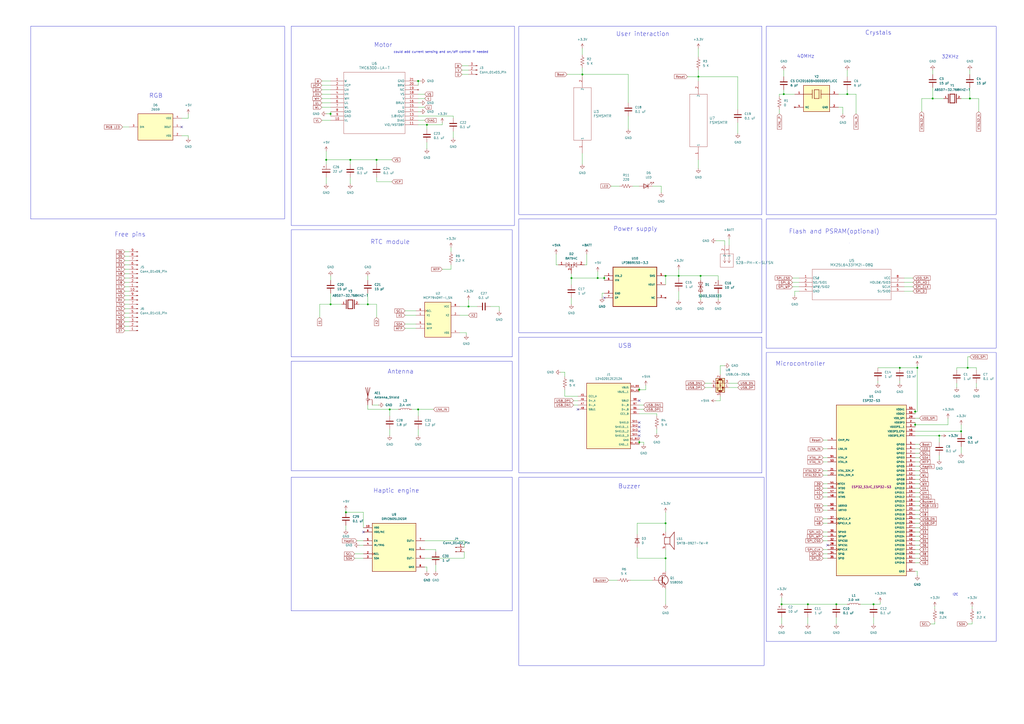
<source format=kicad_sch>
(kicad_sch (version 20250114) (generator "eeschema") (generator_version "9.0")
  (paper "A2")
  (rectangle (start 168.91 15.24) (end 298.45 130.81))
  (rectangle (start 444.5 15.24) (end 577.85 124.46))
  (rectangle (start 168.91 276.86) (end 297.18 354.33))
  (rectangle (start 300.99 276.86) (end 443.23 386.08))
  (rectangle (start 300.99 195.58) (end 441.96 274.32))
  (rectangle (start 444.5 127) (end 577.85 201.93))
  (rectangle (start 492.76 140.97) (end 492.76 140.97))
  (rectangle (start 168.91 133.35) (end 297.18 207.01))
  (rectangle (start 444.5 204.47) (end 577.85 372.11))
  (rectangle (start 17.78 15.24) (end 165.1 127))
  (rectangle (start 300.99 15.24) (end 441.96 124.46))
  (rectangle (start 300.99 127) (end 441.96 193.04))
  (rectangle (start 168.91 209.55) (end 297.18 273.05))
  (text "Antenna" (at 232.41 215.646 0) (effects (font (size 2.54 2.54))))
  (text "Crystals" (at 509.524 19.05 0) (effects (font (size 2.54 2.54))))
  (text "Motor" (at 222.25 26.162 0) (effects (font (size 2.54 2.54))))
  (text "32KHz" (at 551.18 33.02 0) (effects (font (size 2.032 2.032))))
  (text "Free pins" (at 75.438 136.144 0) (effects (font (size 2.54 2.54))))
  (text "Flash and PSRAM(optional)" (at 483.87 134.366 0) (effects (font (size 2.54 2.54))))
  (text "could add current sensing and on/off control if needed" (at 255.778 30.226 0) (effects (font (size 1.27 1.27))))
  (text "Microcontroller" (at 464.312 211.074 0) (effects (font (size 2.54 2.54))))
  (text "40MHz" (at 467.36 32.766 0) (effects (font (size 2.032 2.032))))
  (text "Power supply" (at 368.554 132.842 0) (effects (font (size 2.54 2.54))))
  (text "I2C" (at 554.228 344.932 0) (effects (font (size 1.27 1.27))))
  (text "Haptic engine" (at 229.87 284.734 0) (effects (font (size 2.54 2.54))))
  (text "User interaction" (at 372.872 19.812 0) (effects (font (size 2.54 2.54))))
  (text "RGB" (at 90.424 55.626 0) (effects (font (size 2.54 2.54))))
  (text "USB" (at 362.458 200.66 0) (effects (font (size 2.54 2.54))))
  (text "RTC module" (at 226.314 140.462 0) (effects (font (size 2.54 2.54))))
  (text "Buzzer " (at 366.014 282.194 0) (effects (font (size 2.54 2.54))))
  (junction (at 226.06 237.49))
  (junction (at 242.57 237.49))
  (junction (at 271.78 177.8))
  (junction (at 346.71 161.29))
  (junction (at 562.61 57.15))
  (junction (at 189.23 92.71))
  (junction (at 247.65 72.39))
  (junction (at 386.08 303.53))
  (junction (at 350.52 161.29))
  (junction (at 561.34 213.36))
  (junction (at 468.63 350.52))
  (junction (at 203.2 92.71))
  (junction (at 191.77 66.04))
  (junction (at 491.49 54.61))
  (junction (at 386.08 323.85))
  (junction (at 386.08 160.02))
  (junction (at 370.84 226.06))
  (junction (at 530.86 246.38))
  (junction (at 200.66 297.18))
  (junction (at 191.77 176.53))
  (junction (at 485.14 350.52))
  (junction (at 530.86 238.76))
  (junction (at 454.66 54.61))
  (junction (at 393.7 160.02))
  (junction (at 370.84 256.54))
  (junction (at 506.73 350.52))
  (junction (at 541.02 57.15))
  (junction (at 218.44 92.71))
  (junction (at 544.83 252.73))
  (junction (at 213.36 176.53))
  (junction (at 242.57 46.99))
  (junction (at 337.82 43.18))
  (junction (at 331.47 161.29))
  (junction (at 405.13 44.45))
  (junction (at 532.13 213.36))
  (junction (at 557.53 250.19))
  (junction (at 453.39 350.52))
  (junction (at 521.97 213.36))
  (junction (at 406.4 160.02))
  (no_connect (at 480.06 316.23))
  (no_connect (at 370.84 252.73))
  (no_connect (at 370.84 245.11))
  (no_connect (at 370.84 232.41))
  (no_connect (at 210.82 308.61))
  (no_connect (at 370.84 250.19))
  (no_connect (at 105.41 73.66))
  (no_connect (at 335.28 237.49))
  (no_connect (at 350.52 172.72))
  (no_connect (at 370.84 247.65))
  (wire (pts (xy 269.24 317.5) (xy 269.24 313.69)))
  (wire (pts (xy 530.86 245.11) (xy 530.86 246.38)))
  (wire (pts (xy 488.95 62.23) (xy 486.41 62.23)))
  (wire (pts (xy 524.51 161.29) (xy 529.59 161.29)))
  (wire (pts (xy 200.66 295.91) (xy 200.66 297.18)))
  (wire (pts (xy 422.91 224.79) (xy 427.99 224.79)))
  (wire (pts (xy 427.99 44.45) (xy 405.13 44.45)))
  (wire (pts (xy 242.57 46.99) (xy 243.84 46.99)))
  (wire (pts (xy 369.57 323.85) (xy 386.08 323.85)))
  (wire (pts (xy 562.61 57.15) (xy 567.69 57.15)))
  (wire (pts (xy 331.47 172.72) (xy 331.47 176.53)))
  (wire (pts (xy 331.47 161.29) (xy 346.71 161.29)))
  (wire (pts (xy 459.74 161.29) (xy 463.55 161.29)))
  (wire (pts (xy 427.99 63.5) (xy 427.99 44.45)))
  (wire (pts (xy 185.42 176.53) (xy 191.77 176.53)))
  (wire (pts (xy 234.95 187.96) (xy 241.3 187.96)))
  (wire (pts (xy 532.13 238.76) (xy 530.86 238.76)))
  (wire (pts (xy 337.82 88.9) (xy 337.82 95.25)))
  (wire (pts (xy 72.39 179.07) (xy 74.93 179.07)))
  (wire (pts (xy 542.29 361.95) (xy 542.29 360.68)))
  (wire (pts (xy 186.69 52.07) (xy 191.77 52.07)))
  (wire (pts (xy 381 240.03) (xy 381 241.3)))
  (wire (pts (xy 337.82 39.37) (xy 337.82 43.18)))
  (wire (pts (xy 530.86 283.21) (xy 533.4 283.21)))
  (wire (pts (xy 461.01 168.91) (xy 463.55 168.91)))
  (wire (pts (xy 393.7 168.91) (xy 393.7 173.99)))
  (wire (pts (xy 328.93 43.18) (xy 337.82 43.18)))
  (wire (pts (xy 226.06 237.49) (xy 231.14 237.49)))
  (wire (pts (xy 191.77 160.02) (xy 191.77 162.56)))
  (wire (pts (xy 72.39 163.83) (xy 74.93 163.83)))
  (wire (pts (xy 337.82 43.18) (xy 364.49 43.18)))
  (wire (pts (xy 72.39 176.53) (xy 74.93 176.53)))
  (wire (pts (xy 406.4 160.02) (xy 393.7 160.02)))
  (wire (pts (xy 205.74 323.85) (xy 210.82 323.85)))
  (wire (pts (xy 270.51 194.31) (xy 270.51 193.04)))
  (wire (pts (xy 218.44 184.15) (xy 218.44 176.53)))
  (wire (pts (xy 561.34 361.95) (xy 563.88 361.95)))
  (wire (pts (xy 332.74 234.95) (xy 335.28 234.95)))
  (wire (pts (xy 530.86 250.19) (xy 557.53 250.19)))
  (wire (pts (xy 271.78 177.8) (xy 276.86 177.8)))
  (wire (pts (xy 105.41 68.58) (xy 109.22 68.58)))
  (wire (pts (xy 530.86 280.67) (xy 533.4 280.67)))
  (wire (pts (xy 485.14 358.14) (xy 485.14 361.95)))
  (wire (pts (xy 477.52 313.69) (xy 480.06 313.69)))
  (wire (pts (xy 405.13 40.64) (xy 405.13 44.45)))
  (wire (pts (xy 72.39 148.59) (xy 74.93 148.59)))
  (wire (pts (xy 541.02 40.64) (xy 541.02 43.18)))
  (wire (pts (xy 477.52 275.59) (xy 480.06 275.59)))
  (wire (pts (xy 405.13 44.45) (xy 405.13 46.99)))
  (wire (pts (xy 541.02 50.8) (xy 541.02 57.15)))
  (wire (pts (xy 261.62 143.51) (xy 261.62 146.05)))
  (wire (pts (xy 200.66 304.8) (xy 200.66 307.34)))
  (wire (pts (xy 373.38 256.54) (xy 370.84 256.54)))
  (wire (pts (xy 369.57 309.88) (xy 369.57 303.53)))
  (wire (pts (xy 453.39 358.14) (xy 453.39 361.95)))
  (wire (pts (xy 496.57 54.61) (xy 496.57 66.04)))
  (wire (pts (xy 499.11 350.52) (xy 506.73 350.52)))
  (wire (pts (xy 186.69 57.15) (xy 191.77 57.15)))
  (wire (pts (xy 405.13 92.71) (xy 405.13 97.79)))
  (wire (pts (xy 416.56 170.18) (xy 416.56 173.99)))
  (wire (pts (xy 200.66 297.18) (xy 210.82 297.18)))
  (wire (pts (xy 349.25 170.18) (xy 350.52 170.18)))
  (wire (pts (xy 477.52 265.43) (xy 480.06 265.43)))
  (wire (pts (xy 386.08 318.77) (xy 386.08 323.85)))
  (wire (pts (xy 530.86 308.61) (xy 533.4 308.61)))
  (wire (pts (xy 405.13 27.94) (xy 405.13 33.02)))
  (wire (pts (xy 530.86 252.73) (xy 544.83 252.73)))
  (wire (pts (xy 530.86 273.05) (xy 533.4 273.05)))
  (wire (pts (xy 393.7 160.02) (xy 393.7 161.29)))
  (wire (pts (xy 530.86 242.57) (xy 533.4 242.57)))
  (wire (pts (xy 207.01 313.69) (xy 210.82 313.69)))
  (wire (pts (xy 262.89 76.2) (xy 262.89 80.01)))
  (wire (pts (xy 468.63 358.14) (xy 468.63 361.95)))
  (wire (pts (xy 71.12 73.66) (xy 74.93 73.66)))
  (wire (pts (xy 247.65 72.39) (xy 247.65 74.93)))
  (wire (pts (xy 461.01 171.45) (xy 461.01 168.91)))
  (wire (pts (xy 284.48 177.8) (xy 289.56 177.8)))
  (wire (pts (xy 530.86 303.53) (xy 533.4 303.53)))
  (wire (pts (xy 477.52 323.85) (xy 480.06 323.85)))
  (wire (pts (xy 542.29 351.79) (xy 542.29 353.06)))
  (wire (pts (xy 477.52 280.67) (xy 480.06 280.67)))
  (wire (pts (xy 454.66 40.64) (xy 454.66 44.45)))
  (wire (pts (xy 530.86 290.83) (xy 533.4 290.83)))
  (wire (pts (xy 417.83 232.41) (xy 417.83 229.87)))
  (wire (pts (xy 509.27 220.98) (xy 509.27 222.25)))
  (wire (pts (xy 530.86 298.45) (xy 533.4 298.45)))
  (wire (pts (xy 218.44 92.71) (xy 218.44 95.25)))
  (wire (pts (xy 406.4 162.56) (xy 406.4 160.02)))
  (wire (pts (xy 563.88 351.79) (xy 563.88 353.06)))
  (wire (pts (xy 416.56 162.56) (xy 416.56 160.02)))
  (wire (pts (xy 271.78 173.99) (xy 271.78 177.8)))
  (wire (pts (xy 191.77 176.53) (xy 198.12 176.53)))
  (wire (pts (xy 546.1 252.73) (xy 544.83 252.73)))
  (wire (pts (xy 267.97 38.1) (xy 271.78 38.1)))
  (wire (pts (xy 530.86 262.89) (xy 533.4 262.89)))
  (wire (pts (xy 530.86 326.39) (xy 533.4 326.39)))
  (wire (pts (xy 530.86 246.38) (xy 530.86 247.65)))
  (wire (pts (xy 205.74 321.31) (xy 210.82 321.31)))
  (wire (pts (xy 337.82 27.94) (xy 337.82 31.75)))
  (wire (pts (xy 532.13 212.09) (xy 532.13 213.36)))
  (wire (pts (xy 468.63 350.52) (xy 485.14 350.52)))
  (wire (pts (xy 453.39 346.71) (xy 453.39 350.52)))
  (wire (pts (xy 269.24 320.04) (xy 269.24 323.85)))
  (wire (pts (xy 417.83 217.17) (xy 417.83 212.09)))
  (wire (pts (xy 477.52 311.15) (xy 480.06 311.15)))
  (wire (pts (xy 261.62 156.21) (xy 261.62 153.67)))
  (wire (pts (xy 266.7 193.04) (xy 270.51 193.04)))
  (wire (pts (xy 226.06 241.3) (xy 226.06 237.49)))
  (wire (pts (xy 530.86 321.31) (xy 533.4 321.31)))
  (wire (pts (xy 213.36 237.49) (xy 226.06 237.49)))
  (wire (pts (xy 252.73 318.77) (xy 252.73 320.04)))
  (wire (pts (xy 247.65 328.93) (xy 247.65 331.47)))
  (wire (pts (xy 530.86 313.69) (xy 533.4 313.69)))
  (wire (pts (xy 191.77 170.18) (xy 191.77 176.53)))
  (wire (pts (xy 339.09 153.67) (xy 340.36 153.67)))
  (wire (pts (xy 189.23 92.71) (xy 189.23 95.25)))
  (wire (pts (xy 534.67 57.15) (xy 541.02 57.15)))
  (wire (pts (xy 386.08 160.02) (xy 393.7 160.02)))
  (wire (pts (xy 327.66 229.87) (xy 335.28 229.87)))
  (wire (pts (xy 370.84 240.03) (xy 381 240.03)))
  (wire (pts (xy 422.91 222.25) (xy 427.99 222.25)))
  (wire (pts (xy 477.52 318.77) (xy 480.06 318.77)))
  (wire (pts (xy 367.03 107.95) (xy 370.84 107.95)))
  (wire (pts (xy 370.84 234.95) (xy 373.38 234.95)))
  (wire (pts (xy 189.23 102.87) (xy 189.23 106.68)))
  (wire (pts (xy 208.28 176.53) (xy 213.36 176.53)))
  (wire (pts (xy 416.56 160.02) (xy 406.4 160.02)))
  (wire (pts (xy 408.94 222.25) (xy 412.75 222.25)))
  (wire (pts (xy 561.34 207.01) (xy 562.61 207.01)))
  (wire (pts (xy 530.86 300.99) (xy 533.4 300.99)))
  (wire (pts (xy 530.86 316.23) (xy 533.4 316.23)))
  (wire (pts (xy 530.86 265.43) (xy 533.4 265.43)))
  (wire (pts (xy 530.86 288.29) (xy 533.4 288.29)))
  (wire (pts (xy 256.54 72.39) (xy 256.54 71.12)))
  (wire (pts (xy 530.86 331.47) (xy 532.13 331.47)))
  (wire (pts (xy 554.99 213.36) (xy 554.99 214.63)))
  (wire (pts (xy 562.61 57.15) (xy 562.61 50.8)))
  (wire (pts (xy 541.02 57.15) (xy 547.37 57.15)))
  (wire (pts (xy 453.39 350.52) (xy 468.63 350.52)))
  (wire (pts (xy 234.95 182.88) (xy 241.3 182.88)))
  (wire (pts (xy 72.39 184.15) (xy 74.93 184.15)))
  (wire (pts (xy 393.7 160.02) (xy 393.7 156.21)))
  (wire (pts (xy 452.12 55.88) (xy 452.12 54.61)))
  (wire (pts (xy 477.52 273.05) (xy 480.06 273.05)))
  (wire (pts (xy 266.7 182.88) (xy 271.78 182.88)))
  (wire (pts (xy 331.47 161.29) (xy 331.47 165.1)))
  (wire (pts (xy 246.38 313.69) (xy 269.24 313.69)))
  (wire (pts (xy 215.9 234.95) (xy 219.71 234.95)))
  (wire (pts (xy 242.57 237.49) (xy 251.46 237.49)))
  (wire (pts (xy 530.86 270.51) (xy 533.4 270.51)))
  (wire (pts (xy 530.86 278.13) (xy 533.4 278.13)))
  (wire (pts (xy 72.39 156.21) (xy 74.93 156.21)))
  (wire (pts (xy 191.77 64.77) (xy 191.77 66.04)))
  (wire (pts (xy 521.97 220.98) (xy 521.97 222.25)))
  (wire (pts (xy 242.57 62.23) (xy 246.38 62.23)))
  (wire (pts (xy 364.49 59.69) (xy 364.49 43.18)))
  (wire (pts (xy 247.65 82.55) (xy 247.65 86.36)))
  (wire (pts (xy 256.54 156.21) (xy 261.62 156.21)))
  (wire (pts (xy 530.86 295.91) (xy 533.4 295.91)))
  (wire (pts (xy 561.34 213.36) (xy 566.42 213.36)))
  (wire (pts (xy 427.99 71.12) (xy 427.99 77.47)))
  (wire (pts (xy 72.39 171.45) (xy 74.93 171.45)))
  (wire (pts (xy 370.84 256.54) (xy 370.84 257.81)))
  (wire (pts (xy 210.82 306.07) (xy 210.82 297.18)))
  (wire (pts (xy 381 248.92) (xy 381 251.46)))
  (wire (pts (xy 370.84 226.06) (xy 370.84 227.33)))
  (wire (pts (xy 454.66 54.61) (xy 454.66 52.07)))
  (wire (pts (xy 72.39 158.75) (xy 74.93 158.75)))
  (wire (pts (xy 477.52 300.99) (xy 480.06 300.99)))
  (wire (pts (xy 203.2 92.71) (xy 203.2 95.25)))
  (wire (pts (xy 213.36 176.53) (xy 213.36 170.18)))
  (wire (pts (xy 544.83 264.16) (xy 544.83 266.7)))
  (wire (pts (xy 549.91 242.57) (xy 549.91 246.38)))
  (wire (pts (xy 346.71 157.48) (xy 346.71 161.29)))
  (wire (pts (xy 242.57 59.69) (xy 243.84 59.69)))
  (wire (pts (xy 242.57 46.99) (xy 242.57 49.53)))
  (wire (pts (xy 534.67 64.77) (xy 534.67 57.15)))
  (wire (pts (xy 561.34 213.36) (xy 554.99 213.36)))
  (wire (pts (xy 72.39 186.69) (xy 74.93 186.69)))
  (wire (pts (xy 530.86 238.76) (xy 530.86 240.03)))
  (wire (pts (xy 408.94 224.79) (xy 412.75 224.79)))
  (wire (pts (xy 530.86 293.37) (xy 533.4 293.37)))
  (wire (pts (xy 72.39 166.37) (xy 74.93 166.37)))
  (wire (pts (xy 562.61 40.64) (xy 562.61 43.18)))
  (wire (pts (xy 549.91 246.38) (xy 530.86 246.38)))
  (wire (pts (xy 246.38 323.85) (xy 269.24 323.85)))
  (wire (pts (xy 415.29 139.7) (xy 420.37 139.7)))
  (wire (pts (xy 186.69 69.85) (xy 191.77 69.85)))
  (wire (pts (xy 218.44 105.41) (xy 227.33 105.41)))
  (wire (pts (xy 267.97 40.64) (xy 271.78 40.64)))
  (wire (pts (xy 72.39 181.61) (xy 74.93 181.61)))
  (wire (pts (xy 242.57 57.15) (xy 246.38 57.15)))
  (wire (pts (xy 386.08 323.85) (xy 386.08 331.47)))
  (wire (pts (xy 530.86 306.07) (xy 533.4 306.07)))
  (wire (pts (xy 218.44 92.71) (xy 203.2 92.71)))
  (wire (pts (xy 415.29 232.41) (xy 417.83 232.41)))
  (wire (pts (xy 406.4 170.18) (xy 406.4 173.99)))
  (wire (pts (xy 234.95 190.5) (xy 241.3 190.5)))
  (wire (pts (xy 242.57 237.49) (xy 242.57 241.3)))
  (wire (pts (xy 325.12 215.9) (xy 327.66 215.9)))
  (wire (pts (xy 530.86 318.77) (xy 533.4 318.77)))
  (wire (pts (xy 383.54 107.95) (xy 383.54 111.76)))
  (wire (pts (xy 242.57 69.85) (xy 246.38 69.85)))
  (wire (pts (xy 386.08 297.18) (xy 386.08 303.53)))
  (wire (pts (xy 530.86 260.35) (xy 533.4 260.35)))
  (wire (pts (xy 331.47 158.75) (xy 331.47 161.29)))
  (wire (pts (xy 486.41 54.61) (xy 491.49 54.61)))
  (wire (pts (xy 491.49 54.61) (xy 496.57 54.61)))
  (wire (pts (xy 374.65 223.52) (xy 374.65 226.06)))
  (wire (pts (xy 340.36 147.32) (xy 340.36 153.67)))
  (wire (pts (xy 461.01 54.61) (xy 454.66 54.61)))
  (wire (pts (xy 238.76 237.49) (xy 242.57 237.49)))
  (wire (pts (xy 185.42 184.15) (xy 185.42 176.53)))
  (wire (pts (xy 378.46 107.95) (xy 383.54 107.95)))
  (wire (pts (xy 72.39 153.67) (xy 74.93 153.67)))
  (wire (pts (xy 532.13 213.36) (xy 532.13 238.76)))
  (wire (pts (xy 349.25 170.18) (xy 349.25 172.72)))
  (wire (pts (xy 353.06 336.55) (xy 358.14 336.55)))
  (wire (pts (xy 350.52 160.02) (xy 350.52 161.29)))
  (wire (pts (xy 350.52 161.29) (xy 350.52 162.56)))
  (wire (pts (xy 530.86 267.97) (xy 533.4 267.97)))
  (wire (pts (xy 247.65 72.39) (xy 256.54 72.39)))
  (wire (pts (xy 459.74 166.37) (xy 463.55 166.37)))
  (wire (pts (xy 262.89 67.31) (xy 262.89 68.58)))
  (wire (pts (xy 322.58 147.32) (xy 322.58 153.67)))
  (wire (pts (xy 189.23 92.71) (xy 203.2 92.71)))
  (wire (pts (xy 524.51 163.83) (xy 529.59 163.83)))
  (wire (pts (xy 242.57 248.92) (xy 242.57 252.73)))
  (wire (pts (xy 109.22 68.58) (xy 109.22 66.04)))
  (wire (pts (xy 491.49 54.61) (xy 491.49 52.07)))
  (wire (pts (xy 566.42 214.63) (xy 566.42 213.36)))
  (wire (pts (xy 557.53 250.19) (xy 557.53 251.46)))
  (wire (pts (xy 386.08 160.02) (xy 386.08 165.1)))
  (wire (pts (xy 557.53 250.19) (xy 557.53 246.38)))
  (wire (pts (xy 322.58 153.67) (xy 323.85 153.67)))
  (wire (pts (xy 557.53 57.15) (xy 562.61 57.15)))
  (wire (pts (xy 72.39 191.77) (xy 74.93 191.77)))
  (wire (pts (xy 72.39 161.29) (xy 74.93 161.29)))
  (wire (pts (xy 563.88 361.95) (xy 563.88 360.68)))
  (wire (pts (xy 370.84 255.27) (xy 370.84 256.54)))
  (wire (pts (xy 327.66 226.06) (xy 327.66 229.87)))
  (wire (pts (xy 532.13 331.47) (xy 532.13 334.01)))
  (wire (pts (xy 530.86 237.49) (xy 530.86 238.76)))
  (wire (pts (xy 485.14 350.52) (xy 491.49 350.52)))
  (wire (pts (xy 72.39 146.05) (xy 74.93 146.05)))
  (wire (pts (xy 398.78 44.45) (xy 405.13 44.45)))
  (wire (pts (xy 252.73 327.66) (xy 252.73 331.47)))
  (wire (pts (xy 373.38 257.81) (xy 373.38 256.54)))
  (wire (pts (xy 332.74 232.41) (xy 335.28 232.41)))
  (wire (pts (xy 530.86 257.81) (xy 533.4 257.81)))
  (wire (pts (xy 524.51 168.91) (xy 529.59 168.91)))
  (wire (pts (xy 370.84 224.79) (xy 370.84 226.06)))
  (wire (pts (xy 213.36 176.53) (xy 218.44 176.53)))
  (wire (pts (xy 530.86 275.59) (xy 533.4 275.59)))
  (wire (pts (xy 510.54 349.25) (xy 510.54 350.52)))
  (wire (pts (xy 506.73 350.52) (xy 510.54 350.52)))
  (wire (pts (xy 452.12 63.5) (xy 452.12 66.04)))
  (wire (pts (xy 386.08 303.53) (xy 386.08 308.61)))
  (wire (pts (xy 369.57 303.53) (xy 386.08 303.53)))
  (wire (pts (xy 191.77 66.04) (xy 191.77 67.31)))
  (wire (pts (xy 567.69 64.77) (xy 567.69 57.15)))
  (wire (pts (xy 561.34 207.01) (xy 561.34 213.36)))
  (wire (pts (xy 477.52 267.97) (xy 480.06 267.97)))
  (wire (pts (xy 289.56 177.8) (xy 289.56 180.34)))
  (wire (pts (xy 227.33 92.71) (xy 218.44 92.71)))
  (wire (pts (xy 246.38 318.77) (xy 252.73 318.77)))
  (wire (pts (xy 226.06 248.92) (xy 226.06 252.73)))
  (wire (pts (xy 452.12 54.61) (xy 454.66 54.61)))
  (wire (pts (xy 189.23 66.04) (xy 191.77 66.04)))
  (wire (pts (xy 557.53 259.08) (xy 557.53 262.89)))
  (wire (pts (xy 242.57 72.39) (xy 247.65 72.39)))
  (wire (pts (xy 386.08 341.63) (xy 386.08 350.52)))
  (wire (pts (xy 477.52 295.91) (xy 480.06 295.91)))
  (wire (pts (xy 109.22 78.74) (xy 109.22 80.01)))
  (wire (pts (xy 477.52 285.75) (xy 480.06 285.75)))
  (wire (pts (xy 72.39 189.23) (xy 74.93 189.23)))
  (wire (pts (xy 554.99 222.25) (xy 554.99 224.79)))
  (wire (pts (xy 213.36 160.02) (xy 213.36 162.56)))
  (wire (pts (xy 530.86 311.15) (xy 533.4 311.15)))
  (wire (pts (xy 364.49 67.31) (xy 364.49 74.93)))
  (wire (pts (xy 354.33 107.95) (xy 359.41 107.95)))
  (wire (pts (xy 422.91 138.43) (xy 422.91 142.24)))
  (wire (pts (xy 374.65 226.06) (xy 370.84 226.06)))
  (wire (pts (xy 365.76 336.55) (xy 378.46 336.55)))
  (wire (pts (xy 186.69 46.99) (xy 191.77 46.99)))
  (wire (pts (xy 203.2 102.87) (xy 203.2 106.68)))
  (wire (pts (xy 72.39 173.99) (xy 74.93 173.99)))
  (wire (pts (xy 346.71 161.29) (xy 350.52 161.29)))
  (wire (pts (xy 242.57 54.61) (xy 246.38 54.61)))
  (wire (pts (xy 524.51 166.37) (xy 529.59 166.37)))
  (wire (pts (xy 530.86 285.75) (xy 533.4 285.75)))
  (wire (pts (xy 72.39 151.13) (xy 74.93 151.13)))
  (wire (pts (xy 477.52 283.21) (xy 480.06 283.21)))
  (wire (pts (xy 105.41 78.74) (xy 109.22 78.74)))
  (wire (pts (xy 218.44 102.87) (xy 218.44 105.41)))
  (wire (pts (xy 213.36 234.95) (xy 213.36 237.49)))
  (wire (pts (xy 208.28 316.23) (xy 210.82 316.23)))
  (wire (pts (xy 186.69 59.69) (xy 191.77 59.69)))
  (wire (pts (xy 530.86 323.85) (xy 533.4 323.85)))
  (wire (pts (xy 521.97 213.36) (xy 532.13 213.36)))
  (wire (pts (xy 242.57 67.31) (xy 262.89 67.31)))
  (wire (pts (xy 186.69 54.61) (xy 191.77 54.61)))
  (wire (pts (xy 417.83 212.09) (xy 420.37 212.09)))
  (wire (pts (xy 491.49 40.64) (xy 491.49 44.45)))
  (wire (pts (xy 509.27 213.36) (xy 521.97 213.36)))
  (wire (pts (xy 186.69 62.23) (xy 191.77 62.23)))
  (wire (pts (xy 266.7 177.8) (xy 271.78 177.8)))
  (wire (pts (xy 234.95 180.34) (xy 241.3 180.34)))
  (wire (pts (xy 267.97 43.18) (xy 271.78 43.18)))
  (wire (pts (xy 566.42 222.25) (xy 566.42 224.79)))
  (wire (pts (xy 72.39 168.91) (xy 74.93 168.91)))
  (wire (pts (xy 477.52 255.27) (xy 480.06 255.27)))
  (wire (pts (xy 477.52 321.31) (xy 480.06 321.31)))
  (wire (pts (xy 246.38 328.93) (xy 247.65 328.93)))
  (wire (pts (xy 370.84 237.49) (xy 373.38 237.49)))
  (wire (pts (xy 189.23 87.63) (xy 189.23 92.71)))
  (wire (pts (xy 544.83 252.73) (xy 544.83 256.54)))
  (wire (pts (xy 369.57 317.5) (xy 369.57 323.85)))
  (wire (pts (xy 186.69 49.53) (xy 191.77 49.53)))
  (wire (pts (xy 488.95 66.04) (xy 488.95 62.23)))
  (wire (pts (xy 539.75 361.95) (xy 542.29 361.95)))
  (wire (pts (xy 459.74 163.83) (xy 463.55 163.83)))
  (wire (pts (xy 477.52 293.37) (xy 480.06 293.37)))
  (wire (pts (xy 477.52 260.35) (xy 480.06 260.35)))
  (wire (pts (xy 242.57 64.77) (xy 243.84 64.77)))
  (wire (pts (xy 327.66 215.9) (xy 327.66 218.44)))
  (wire (pts (xy 477.52 288.29) (xy 480.06 288.29)))
  (wire (pts (xy 477.52 308.61) (xy 480.06 308.61)))
  (wire (pts (xy 420.37 142.24) (xy 420.37 139.7)))
  (wire (pts (xy 506.73 358.14) (xy 506.73 361.95)))
  (wire (pts (xy 477.52 303.53) (xy 480.06 303.53)))
  (global_label "U" (shape input) (at 246.38 62.23 0) (property "Intersheetrefs" "${INTERSHEET_REFS}" (effects (hide yes))))
  (global_label "VH" (shape input) (at 533.4 283.21 0) (property "Intersheetrefs" "${INTERSHEET_REFS}" (effects (hide yes))))
  (global_label "RGB LED" (shape input) (at 533.4 293.37 0) (property "Intersheetrefs" "${INTERSHEET_REFS}" (effects (hide yes))))
  (global_label "U" (shape input) (at 267.97 43.18 180) (property "Intersheetrefs" "${INTERSHEET_REFS}" (effects (hide yes))))
  (global_label "SDA" (shape input) (at 205.74 323.85 180) (property "Intersheetrefs" "${INTERSHEET_REFS}" (effects (hide yes))))
  (global_label "XTAL_P" (shape input) (at 477.52 265.43 180) (property "Intersheetrefs" "${INTERSHEET_REFS}" (effects (hide yes))))
  (global_label "WL" (shape input) (at 186.69 62.23 180) (property "Intersheetrefs" "${INTERSHEET_REFS}" (effects (hide yes))))
  (global_label "SCL" (shape input) (at 539.75 361.95 180) (property "Intersheetrefs" "${INTERSHEET_REFS}" (effects (hide yes))))
  (global_label "VH" (shape input) (at 186.69 54.61 180) (property "Intersheetrefs" "${INTERSHEET_REFS}" (effects (hide yes))))
  (global_label "45" (shape input) (at 533.4 323.85 0) (property "Intersheetrefs" "${INTERSHEET_REFS}" (effects (hide yes))))
  (global_label "36" (shape input) (at 533.4 316.23 0) (property "Intersheetrefs" "${INTERSHEET_REFS}" (effects (hide yes))))
  (global_label "RGB LED" (shape input) (at 71.12 73.66 180) (property "Intersheetrefs" "${INTERSHEET_REFS}" (effects (hide yes))))
  (global_label "WL" (shape input) (at 533.4 275.59 0) (property "Intersheetrefs" "${INTERSHEET_REFS}" (effects (hide yes))))
  (global_label "33" (shape input) (at 533.4 308.61 0) (property "Intersheetrefs" "${INTERSHEET_REFS}" (effects (hide yes))))
  (global_label "VL" (shape input) (at 533.4 273.05 0) (property "Intersheetrefs" "${INTERSHEET_REFS}" (effects (hide yes))))
  (global_label "SPI_WP" (shape input) (at 477.52 311.15 180) (property "Intersheetrefs" "${INTERSHEET_REFS}" (effects (hide yes))))
  (global_label "21" (shape input) (at 72.39 161.29 180) (property "Intersheetrefs" "${INTERSHEET_REFS}" (effects (hide yes))))
  (global_label "SPI_Q" (shape input) (at 477.52 321.31 180) (property "Intersheetrefs" "${INTERSHEET_REFS}" (effects (hide yes))))
  (global_label "Boot" (shape input) (at 328.93 43.18 180) (property "Intersheetrefs" "${INTERSHEET_REFS}" (effects (hide yes))))
  (global_label "USB_DP" (shape input) (at 533.4 303.53 0) (property "Intersheetrefs" "${INTERSHEET_REFS}" (effects (hide yes))))
  (global_label "17" (shape input) (at 533.4 295.91 0) (property "Intersheetrefs" "${INTERSHEET_REFS}" (effects (hide yes))))
  (global_label "SPI_D" (shape input) (at 477.52 323.85 180) (property "Intersheetrefs" "${INTERSHEET_REFS}" (effects (hide yes))))
  (global_label "40" (shape input) (at 477.52 283.21 180) (property "Intersheetrefs" "${INTERSHEET_REFS}" (effects (hide yes))))
  (global_label "Buzzer" (shape input) (at 353.06 336.55 180) (property "Intersheetrefs" "${INTERSHEET_REFS}" (effects (hide yes))))
  (global_label "V" (shape input) (at 246.38 57.15 0) (property "Intersheetrefs" "${INTERSHEET_REFS}" (effects (hide yes))))
  (global_label "USB_DP1" (shape input) (at 408.94 224.79 180) (property "Intersheetrefs" "${INTERSHEET_REFS}" (effects (hide yes))))
  (global_label "46" (shape input) (at 533.4 326.39 0) (property "Intersheetrefs" "${INTERSHEET_REFS}" (effects (hide yes))))
  (global_label "UL" (shape input) (at 186.69 59.69 180) (property "Intersheetrefs" "${INTERSHEET_REFS}" (effects (hide yes))))
  (global_label "35" (shape input) (at 533.4 313.69 0) (property "Intersheetrefs" "${INTERSHEET_REFS}" (effects (hide yes))))
  (global_label "XTAL32_P" (shape input) (at 477.52 273.05 180) (property "Intersheetrefs" "${INTERSHEET_REFS}" (effects (hide yes))))
  (global_label "TX" (shape input) (at 477.52 295.91 180) (property "Intersheetrefs" "${INTERSHEET_REFS}" (effects (hide yes))))
  (global_label "V" (shape input) (at 267.97 40.64 180) (property "Intersheetrefs" "${INTERSHEET_REFS}" (effects (hide yes))))
  (global_label "XTAL32_N" (shape input) (at 477.52 275.59 180) (property "Intersheetrefs" "${INTERSHEET_REFS}" (effects (hide yes))))
  (global_label "VDD_SPI" (shape input) (at 562.61 207.01 0) (property "Intersheetrefs" "${INTERSHEET_REFS}" (effects (hide yes))))
  (global_label "SPI_CS0" (shape input) (at 459.74 161.29 180) (property "Intersheetrefs" "${INTERSHEET_REFS}" (effects (hide yes))))
  (global_label "17" (shape input) (at 72.39 166.37 180) (property "Intersheetrefs" "${INTERSHEET_REFS}" (effects (hide yes))))
  (global_label "X1" (shape input) (at 185.42 184.15 270) (property "Intersheetrefs" "${INTERSHEET_REFS}" (effects (hide yes))))
  (global_label "VDD_SPI" (shape input) (at 529.59 161.29 0) (property "Intersheetrefs" "${INTERSHEET_REFS}" (effects (hide yes))))
  (global_label "SPI_CLK" (shape input) (at 477.52 318.77 180) (property "Intersheetrefs" "${INTERSHEET_REFS}" (effects (hide yes))))
  (global_label "37" (shape input) (at 533.4 318.77 0) (property "Intersheetrefs" "${INTERSHEET_REFS}" (effects (hide yes))))
  (global_label "34" (shape input) (at 533.4 311.15 0) (property "Intersheetrefs" "${INTERSHEET_REFS}" (effects (hide yes))))
  (global_label "Buzzer" (shape input) (at 533.4 290.83 0) (property "Intersheetrefs" "${INTERSHEET_REFS}" (effects (hide yes))))
  (global_label "38" (shape input) (at 72.39 189.23 180) (property "Intersheetrefs" "${INTERSHEET_REFS}" (effects (hide yes))))
  (global_label "SPI_CS0" (shape input) (at 477.52 313.69 180) (property "Intersheetrefs" "${INTERSHEET_REFS}" (effects (hide yes))))
  (global_label "33" (shape input) (at 72.39 153.67 180) (property "Intersheetrefs" "${INTERSHEET_REFS}" (effects (hide yes))))
  (global_label "40" (shape input) (at 72.39 184.15 180) (property "Intersheetrefs" "${INTERSHEET_REFS}" (effects (hide yes))))
  (global_label "UH" (shape input) (at 186.69 52.07 180) (property "Intersheetrefs" "${INTERSHEET_REFS}" (effects (hide yes))))
  (global_label "MFP" (shape input) (at 533.4 267.97 0) (property "Intersheetrefs" "${INTERSHEET_REFS}" (effects (hide yes))))
  (global_label "18" (shape input) (at 533.4 298.45 0) (property "Intersheetrefs" "${INTERSHEET_REFS}" (effects (hide yes))))
  (global_label "WH" (shape input) (at 186.69 57.15 180) (property "Intersheetrefs" "${INTERSHEET_REFS}" (effects (hide yes))))
  (global_label "USB_DP1" (shape input) (at 373.38 237.49 0) (property "Intersheetrefs" "${INTERSHEET_REFS}" (effects (hide yes))))
  (global_label "USB_DP1" (shape input) (at 332.74 232.41 180) (property "Intersheetrefs" "${INTERSHEET_REFS}" (effects (hide yes))))
  (global_label "LNA_IN" (shape input) (at 477.52 260.35 180) (property "Intersheetrefs" "${INTERSHEET_REFS}" (effects (hide yes))))
  (global_label "W" (shape input) (at 267.97 38.1 180) (property "Intersheetrefs" "${INTERSHEET_REFS}" (effects (hide yes))))
  (global_label "SDA" (shape input) (at 561.34 361.95 180) (property "Intersheetrefs" "${INTERSHEET_REFS}" (effects (hide yes))))
  (global_label "RX" (shape input) (at 477.52 293.37 180) (property "Intersheetrefs" "${INTERSHEET_REFS}" (effects (hide yes))))
  (global_label "XTAL32_N" (shape input) (at 567.69 64.77 270) (property "Intersheetrefs" "${INTERSHEET_REFS}" (effects (hide yes))))
  (global_label "46" (shape input) (at 72.39 168.91 180) (property "Intersheetrefs" "${INTERSHEET_REFS}" (effects (hide yes))))
  (global_label "RX" (shape input) (at 72.39 173.99 180) (property "Intersheetrefs" "${INTERSHEET_REFS}" (effects (hide yes))))
  (global_label "X2" (shape input) (at 218.44 184.15 270) (property "Intersheetrefs" "${INTERSHEET_REFS}" (effects (hide yes))))
  (global_label "48" (shape input) (at 72.39 158.75 180) (property "Intersheetrefs" "${INTERSHEET_REFS}" (effects (hide yes))))
  (global_label "SPI_CLK" (shape input) (at 529.59 166.37 0) (property "Intersheetrefs" "${INTERSHEET_REFS}" (effects (hide yes))))
  (global_label "45" (shape input) (at 72.39 171.45 180) (property "Intersheetrefs" "${INTERSHEET_REFS}" (effects (hide yes))))
  (global_label "Reset" (shape input) (at 398.78 44.45 180) (property "Intersheetrefs" "${INTERSHEET_REFS}" (effects (hide yes))))
  (global_label "LED" (shape input) (at 354.33 107.95 180) (property "Intersheetrefs" "${INTERSHEET_REFS}" (effects (hide yes))))
  (global_label "DIAG" (shape input) (at 246.38 69.85 0) (property "Intersheetrefs" "${INTERSHEET_REFS}" (effects (hide yes))))
  (global_label "SPI_HD" (shape input) (at 477.52 308.61 180) (property "Intersheetrefs" "${INTERSHEET_REFS}" (effects (hide yes))))
  (global_label "VCP" (shape input) (at 227.33 105.41 0) (property "Intersheetrefs" "${INTERSHEET_REFS}" (effects (hide yes))))
  (global_label "UL" (shape input) (at 533.4 278.13 0) (property "Intersheetrefs" "${INTERSHEET_REFS}" (effects (hide yes))))
  (global_label "VDD_SPI" (shape input) (at 533.4 242.57 0) (property "Intersheetrefs" "${INTERSHEET_REFS}" (effects (hide yes))))
  (global_label "SCL" (shape input) (at 205.74 321.31 180) (property "Intersheetrefs" "${INTERSHEET_REFS}" (effects (hide yes))))
  (global_label "XTAL32_P" (shape input) (at 534.67 64.77 270) (property "Intersheetrefs" "${INTERSHEET_REFS}" (effects (hide yes))))
  (global_label "18" (shape input) (at 72.39 163.83 180) (property "Intersheetrefs" "${INTERSHEET_REFS}" (effects (hide yes))))
  (global_label "VCP" (shape input) (at 186.69 49.53 180) (property "Intersheetrefs" "${INTERSHEET_REFS}" (effects (hide yes))))
  (global_label "34" (shape input) (at 72.39 151.13 180) (property "Intersheetrefs" "${INTERSHEET_REFS}" (effects (hide yes))))
  (global_label "SDA" (shape input) (at 533.4 265.43 0) (property "Intersheetrefs" "${INTERSHEET_REFS}" (effects (hide yes))))
  (global_label "USB_DN1" (shape input) (at 408.94 222.25 180) (property "Intersheetrefs" "${INTERSHEET_REFS}" (effects (hide yes))))
  (global_label "USB_DN" (shape input) (at 427.99 222.25 0) (property "Intersheetrefs" "${INTERSHEET_REFS}" (effects (hide yes))))
  (global_label "42" (shape input) (at 72.39 179.07 180) (property "Intersheetrefs" "${INTERSHEET_REFS}" (effects (hide yes))))
  (global_label "SPI_Q" (shape input) (at 459.74 163.83 180) (property "Intersheetrefs" "${INTERSHEET_REFS}" (effects (hide yes))))
  (global_label "USB_DN1" (shape input) (at 373.38 234.95 0) (property "Intersheetrefs" "${INTERSHEET_REFS}" (effects (hide yes))))
  (global_label "X1" (shape input) (at 234.95 182.88 180) (property "Intersheetrefs" "${INTERSHEET_REFS}" (effects (hide yes))))
  (global_label "LNA_IN" (shape input) (at 251.46 237.49 0) (property "Intersheetrefs" "${INTERSHEET_REFS}" (effects (hide yes))))
  (global_label "36" (shape input) (at 72.39 146.05 180) (property "Intersheetrefs" "${INTERSHEET_REFS}" (effects (hide yes))))
  (global_label "21" (shape input) (at 533.4 306.07 0) (property "Intersheetrefs" "${INTERSHEET_REFS}" (effects (hide yes))))
  (global_label "38" (shape input) (at 533.4 321.31 0) (property "Intersheetrefs" "${INTERSHEET_REFS}" (effects (hide yes))))
  (global_label "Haptic" (shape input) (at 207.01 313.69 180) (property "Intersheetrefs" "${INTERSHEET_REFS}" (effects (hide yes))))
  (global_label "VS" (shape input) (at 227.33 92.71 0) (property "Intersheetrefs" "${INTERSHEET_REFS}" (effects (hide yes))))
  (global_label "XTAL_N" (shape input) (at 496.57 66.04 270) (property "Intersheetrefs" "${INTERSHEET_REFS}" (effects (hide yes))))
  (global_label "X2" (shape input) (at 271.78 182.88 0) (property "Intersheetrefs" "${INTERSHEET_REFS}" (effects (hide yes))))
  (global_label "XTAL_N" (shape input) (at 477.52 267.97 180) (property "Intersheetrefs" "${INTERSHEET_REFS}" (effects (hide yes))))
  (global_label "VL" (shape input) (at 186.69 69.85 180) (property "Intersheetrefs" "${INTERSHEET_REFS}" (effects (hide yes))))
  (global_label "SCL" (shape input) (at 234.95 180.34 180) (property "Intersheetrefs" "${INTERSHEET_REFS}" (effects (hide yes))))
  (global_label "41" (shape input) (at 477.52 285.75 180) (property "Intersheetrefs" "${INTERSHEET_REFS}" (effects (hide yes))))
  (global_label "41" (shape input) (at 72.39 181.61 180) (property "Intersheetrefs" "${INTERSHEET_REFS}" (effects (hide yes))))
  (global_label "Reset" (shape input) (at 477.52 255.27 180) (property "Intersheetrefs" "${INTERSHEET_REFS}" (effects (hide yes))))
  (global_label "VS" (shape input) (at 246.38 54.61 0) (property "Intersheetrefs" "${INTERSHEET_REFS}" (effects (hide yes))))
  (global_label "47" (shape input) (at 72.39 156.21 180) (property "Intersheetrefs" "${INTERSHEET_REFS}" (effects (hide yes))))
  (global_label "47" (shape input) (at 477.52 300.99 180) (property "Intersheetrefs" "${INTERSHEET_REFS}" (effects (hide yes))))
  (global_label "48" (shape input) (at 477.52 303.53 180) (property "Intersheetrefs" "${INTERSHEET_REFS}" (effects (hide yes))))
  (global_label "XTAL_P" (shape input) (at 452.12 66.04 270) (property "Intersheetrefs" "${INTERSHEET_REFS}" (effects (hide yes))))
  (global_label "SPI_WP" (shape input) (at 459.74 166.37 180) (property "Intersheetrefs" "${INTERSHEET_REFS}" (effects (hide yes))))
  (global_label "Boot" (shape input) (at 533.4 257.81 0) (property "Intersheetrefs" "${INTERSHEET_REFS}" (effects (hide yes))))
  (global_label "SCL" (shape input) (at 533.4 262.89 0) (property "Intersheetrefs" "${INTERSHEET_REFS}" (effects (hide yes))))
  (global_label "TX" (shape input) (at 72.39 176.53 180) (property "Intersheetrefs" "${INTERSHEET_REFS}" (effects (hide yes))))
  (global_label "UH" (shape input) (at 533.4 285.75 0) (property "Intersheetrefs" "${INTERSHEET_REFS}" (effects (hide yes))))
  (global_label "39" (shape input) (at 72.39 186.69 180) (property "Intersheetrefs" "${INTERSHEET_REFS}" (effects (hide yes))))
  (global_label "SDA" (shape input) (at 234.95 187.96 180) (property "Intersheetrefs" "${INTERSHEET_REFS}" (effects (hide yes))))
  (global_label "MFP" (shape input) (at 256.54 156.21 180) (property "Intersheetrefs" "${INTERSHEET_REFS}" (effects (hide yes))))
  (global_label "42" (shape input) (at 477.52 288.29 180) (property "Intersheetrefs" "${INTERSHEET_REFS}" (effects (hide yes))))
  (global_label "DIAG" (shape input) (at 533.4 288.29 0) (property "Intersheetrefs" "${INTERSHEET_REFS}" (effects (hide yes))))
  (global_label "USB_DP" (shape input) (at 427.99 224.79 0) (property "Intersheetrefs" "${INTERSHEET_REFS}" (effects (hide yes))))
  (global_label "USB_DN" (shape input) (at 533.4 300.99 0) (property "Intersheetrefs" "${INTERSHEET_REFS}" (effects (hide yes))))
  (global_label "37" (shape input) (at 72.39 191.77 180) (property "Intersheetrefs" "${INTERSHEET_REFS}" (effects (hide yes))))
  (global_label "39" (shape input) (at 477.52 280.67 180) (property "Intersheetrefs" "${INTERSHEET_REFS}" (effects (hide yes))))
  (global_label "MFP" (shape input) (at 234.95 190.5 180) (property "Intersheetrefs" "${INTERSHEET_REFS}" (effects (hide yes))))
  (global_label "USB_DN1" (shape input) (at 332.74 234.95 180) (property "Intersheetrefs" "${INTERSHEET_REFS}" (effects (hide yes))))
  (global_label "W" (shape input) (at 186.69 46.99 180) (property "Intersheetrefs" "${INTERSHEET_REFS}" (effects (hide yes))))
  (global_label "WH" (shape input) (at 533.4 280.67 0) (property "Intersheetrefs" "${INTERSHEET_REFS}" (effects (hide yes))))
  (global_label "Haptic" (shape input) (at 533.4 270.51 0) (property "Intersheetrefs" "${INTERSHEET_REFS}" (effects (hide yes))))
  (global_label "LED" (shape input) (at 533.4 260.35 0) (property "Intersheetrefs" "${INTERSHEET_REFS}" (effects (hide yes))))
  (global_label "SPI_HD" (shape input) (at 529.59 163.83 0) (property "Intersheetrefs" "${INTERSHEET_REFS}" (effects (hide yes))))
  (global_label "35" (shape input) (at 72.39 148.59 180) (property "Intersheetrefs" "${INTERSHEET_REFS}" (effects (hide yes))))
  (global_label "SPI_D" (shape input) (at 529.59 168.91 0) (property "Intersheetrefs" "${INTERSHEET_REFS}" (effects (hide yes))))
  (symbol (lib_id "Connector:Conn_01x02_Pin") (at 264.16 317.5 0) (unit 1)
    (property "Reference" "J4" (at 264.795 312.42 0))
    (property "Value" "Conn_01x02_Pin" (at 264.795 314.96 0))
    (property "Footprint" "Connector_JST:JST_EH_B2B-EH-A_1x02_P2.50mm_Vertical" (effects (hide yes)))
    (property "Description" "Generic connector, single row, 01x02, script generated" (effects (hide yes)))
  )
  (symbol (lib_id "Transistor_BJT:SS8050") (at 383.54 336.55 0) (unit 1)
    (property "Reference" "Q1" (at 388.62 335.2799 0) (effects (justify left)))
    (property "Value" "SS8050" (at 388.62 337.8199 0) (effects (justify left)))
    (property "Footprint" "Package_TO_SOT_SMD:SOT-23" (effects (hide yes)))
    (property "Datasheet" "http://www.secosgmbh.com/datasheet/products/SSMPTransistor/SOT-23/SS8050.pdf" (effects (hide yes)))
    (property "Description" "General Purpose NPN Transistor, 1.5A Ic, 25V Vce, SOT-23" (effects (hide yes)))
  )
  (symbol (lib_id "FSMSMTR:FSMSMTR") (at 405.13 92.71 90) (unit 1)
    (property "Reference" "U7" (at 411.48 68.5799 90) (effects (font (size 1.524 1.524)) (justify right)))
    (property "Value" "FSMSMTR" (at 411.48 71.1199 90) (effects (font (size 1.524 1.524)) (justify right)))
    (property "Footprint" "FSMSMTR:SWITCH_FSMSMTR_TYC" (effects (hide yes)))
    (property "Datasheet" "FSMSMTR" (effects (hide yes)))
    (property "Description" "https://www.digikey.es/es/models/529671" (effects (hide yes)))
  )
  (symbol (lib_id "Device:L") (at 234.95 237.49 90) (unit 1)
    (property "Reference" "L3" (at 234.95 232.41 90))
    (property "Value" "2.4 nH" (at 234.95 234.95 90))
    (property "Footprint" "Inductor_SMD:L_0201_0603Metric" (effects (hide yes)))
    (property "Description" "Inductor" (effects (hide yes)))
  )
  (symbol (lib_id "power:GND") (at 532.13 334.01 0) (unit 1)
    (property "Reference" "#PWR02" (effects (hide yes)))
    (property "Value" "GND" (at 532.13 339.09 0))
    (property "Description" "Power symbol creates a global label with name \"GND\" , ground" (effects (hide yes)))
  )
  (symbol (lib_id "power:GND") (at 454.66 40.64 180) (unit 1)
    (property "Reference" "#PWR08" (effects (hide yes)))
    (property "Value" "GND" (at 454.66 35.56 0))
    (property "Description" "Power symbol creates a global label with name \"GND\" , ground" (effects (hide yes)))
  )
  (symbol (lib_id "Device:C") (at 468.63 354.33 0) (unit 1)
    (property "Reference" "C11" (at 472.44 353.0599 0) (effects (justify left)))
    (property "Value" "1 uF" (at 472.44 355.5999 0) (effects (justify left)))
    (property "Footprint" "Capacitor_SMD:C_0603_1608Metric_Pad1.08x0.95mm_HandSolder" (effects (hide yes)))
    (property "Datasheet" "https://www.digikey.es/es/products/detail/yageo/CC0603KRX5R8BB104/20376210?s=N4IgjCBcpgbFoDGUBmBDANgZwKYBoQB7KAbRAGYBOAJgBZ4BdAgBwBcoQBlVgJwEsAdgHMQAXwLUADLUoIQySOmz4ipEJIB0YAAQBWgGIgmINhwCqAvqwDyKALI40WAK48cY8SGprNOgSm1EHB40AFs%2BZAZRIA" (effects (hide yes)))
    (property "Description" "Unpolarized capacitor" (effects (hide yes)))
  )
  (symbol (lib_id "power:+3.3VA") (at 510.54 349.25 0) (mirror y) (unit 1)
    (property "Reference" "#PWR066" (effects (hide yes)))
    (property "Value" "+3.3VA" (at 510.54 344.17 0))
    (property "Description" "Power symbol creates a global label with name \"+3.3VA\"" (effects (hide yes)))
  )
  (symbol (lib_id "power:+3.3V") (at 532.13 212.09 0) (unit 1)
    (property "Reference" "#PWR022" (effects (hide yes)))
    (property "Value" "+3.3V" (at 532.13 207.01 0))
    (property "Description" "Power symbol creates a global label with name \"+3.3V\"" (effects (hide yes)))
  )
  (symbol (lib_id "power:GND") (at 203.2 106.68 0) (unit 1)
    (property "Reference" "#PWR059" (effects (hide yes)))
    (property "Value" "GND" (at 203.2 111.76 0))
    (property "Description" "Power symbol creates a global label with name \"GND\" , ground" (effects (hide yes)))
  )
  (symbol (lib_id "ABS07-32.768KHZ-T:ABS07-32.768KHZ-T") (at 552.45 57.15 0) (unit 1)
    (property "Reference" "Y1" (at 552.45 49.53 0))
    (property "Value" "ABS07-32.768KHZ-T" (at 552.45 52.07 0))
    (property "Footprint" "ABS07_32_768KHZ_T(1):XTAL_ABS07-32.768KHZ-T" (effects (hide yes)))
    (property "Description" "q" (effects (hide yes)))
    (property "PARTREV" "08.19.15" (effects (hide yes)))
    (property "STANDARD" "Manufacturer Recommendations" (effects (hide yes)))
    (property "MAXIMUM_PACKAGE_HEIGHT" "0.9 mm" (effects (hide yes)))
    (property "MANUFACTURER" "Abracon" (effects (hide yes)))
  )
  (symbol (lib_id "Connector:Conn_01x10_Pin") (at 80.01 181.61 180) (unit 1)
    (property "Reference" "J6" (at 81.28 179.0699 0) (effects (justify right)))
    (property "Value" "Conn_01x10_Pin" (at 81.28 181.6099 0) (effects (justify right)))
    (property "Footprint" "Connector_PinHeader_1.27mm:PinHeader_1x10_P1.27mm_Vertical" (effects (hide yes)))
    (property "Description" "Generic connector, single row, 01x10, script generated" (effects (hide yes)))
  )
  (symbol (lib_id "power:GND") (at 213.36 160.02 180) (unit 1)
    (property "Reference" "#PWR049" (effects (hide yes)))
    (property "Value" "GND" (at 213.36 154.94 0))
    (property "Description" "Power symbol creates a global label with name \"GND\" , ground" (effects (hide yes)))
  )
  (symbol (lib_id "power:+3.3V") (at 546.1 252.73 270) (unit 1)
    (property "Reference" "#PWR01" (effects (hide yes)))
    (property "Value" "+3.3V" (at 549.91 252.7299 90) (effects (justify left)))
    (property "Description" "Power symbol creates a global label with name \"+3.3V\"" (effects (hide yes)))
  )
  (symbol (lib_id "power:GND") (at 243.84 64.77 90) (unit 1)
    (property "Reference" "#PWR051" (effects (hide yes)))
    (property "Value" "GND" (at 247.65 64.7699 90) (effects (justify right)))
    (property "Description" "Power symbol creates a global label with name \"GND\" , ground" (effects (hide yes)))
  )
  (symbol (lib_id "jst:S2B-PH-K-SLFSN") (at 422.91 142.24 270) (unit 1)
    (property "Reference" "J2" (at 426.72 149.8599 90) (effects (font (size 1.524 1.524)) (justify left)))
    (property "Value" "S2B-PH-K-SLFSN" (at 426.72 152.3999 90) (effects (font (size 1.524 1.524)) (justify left)))
    (property "Footprint" "jst:CONN_S2B-PH-K-S_JST" (effects (hide yes)))
    (property "Datasheet" "S2B-PH-K-SLFSN" (effects (hide yes)))
    (property "Description" "https://www.digikey.es/es/products/detail/jst-sales-america-inc/S2B-PH-K-S/926626" (effects (hide yes)))
  )
  (symbol (lib_id "Device:R_US") (at 405.13 36.83 0) (unit 1)
    (property "Reference" "R3" (at 407.67 35.5599 0) (effects (justify left)))
    (property "Value" "5 K" (at 407.67 38.0999 0) (effects (justify left)))
    (property "Footprint" "Resistor_SMD:R_0603_1608Metric" (effects (hide yes)))
    (property "Description" "Resistor, US symbol" (effects (hide yes)))
  )
  (symbol (lib_id "power:GND") (at 427.99 77.47 0) (unit 1)
    (property "Reference" "#PWR041" (effects (hide yes)))
    (property "Value" "GND" (at 427.99 82.55 0))
    (property "Description" "Power symbol creates a global label with name \"GND\" , ground" (effects (hide yes)))
  )
  (symbol (lib_id "Device:LED") (at 374.65 107.95 180) (unit 1)
    (property "Reference" "D5" (at 376.2375 100.33 0))
    (property "Value" "LED" (at 376.2375 102.87 0))
    (property "Footprint" "LED_SMD:LED_0805_2012Metric" (effects (hide yes)))
    (property "Datasheet" "https://www.digikey.es/es/products/detail/xinglight/XL-TD2012SURC/25673236" (effects (hide yes)))
    (property "Description" "Light emitting diode" (effects (hide yes)))
    (property "Sim.Pins" "1=K 2=A" (effects (hide yes)))
  )
  (symbol (lib_id "Device:C") (at 247.65 78.74 0) (unit 1)
    (property "Reference" "C23" (at 251.46 77.4699 0) (effects (justify left)))
    (property "Value" "0.1 uF" (at 251.46 80.0099 0) (effects (justify left)))
    (property "Footprint" "Capacitor_SMD:C_0603_1608Metric_Pad1.08x0.95mm_HandSolder" (effects (hide yes)))
    (property "Datasheet" "https://www.digikey.es/es/products/detail/yageo/CC0603KRX5R8BB104/20376210?s=N4IgjCBcpgbFoDGUBmBDANgZwKYBoQB7KAbRAGYBOAJgBZ4BdAgBwBcoQBlVgJwEsAdgHMQAXwLUADLUoIQySOmz4ipEJIB0YAAQBWgGIgmINhwCqAvqwDyKALI40WAK48cY8SGprNOgSm1EHB40AFs%2BZAZRIA" (effects (hide yes)))
    (property "Description" "Unpolarized capacitor" (effects (hide yes)))
  )
  (symbol (lib_id "power:GND") (at 226.06 252.73 0) (unit 1)
    (property "Reference" "#PWR068" (effects (hide yes)))
    (property "Value" "GND" (at 226.06 257.81 0))
    (property "Description" "Power symbol creates a global label with name \"GND\" , ground" (effects (hide yes)))
  )
  (symbol (lib_id "power:GND") (at 364.49 74.93 0) (unit 1)
    (property "Reference" "#PWR038" (effects (hide yes)))
    (property "Value" "GND" (at 364.49 80.01 0))
    (property "Description" "Power symbol creates a global label with name \"GND\" , ground" (effects (hide yes)))
  )
  (symbol (lib_id "Device:C") (at 203.2 99.06 0) (unit 1)
    (property "Reference" "C25" (at 207.01 97.7899 0) (effects (justify left)))
    (property "Value" "0.1 uF" (at 207.01 100.3299 0) (effects (justify left)))
    (property "Footprint" "Capacitor_SMD:C_0603_1608Metric_Pad1.08x0.95mm_HandSolder" (effects (hide yes)))
    (property "Datasheet" "https://www.digikey.es/es/products/detail/yageo/CC0603KRX5R8BB104/20376210?s=N4IgjCBcpgbFoDGUBmBDANgZwKYBoQB7KAbRAGYBOAJgBZ4BdAgBwBcoQBlVgJwEsAdgHMQAXwLUADLUoIQySOmz4ipEJIB0YAAQBWgGIgmINhwCqAvqwDyKALI40WAK48cY8SGprNOgSm1EHB40AFs%2BZAZRIA" (effects (hide yes)))
    (property "Description" "Unpolarized capacitor" (effects (hide yes)))
  )
  (symbol (lib_id "power:GND") (at 325.12 215.9 270) (unit 1)
    (property "Reference" "#PWR045" (effects (hide yes)))
    (property "Value" "GND" (at 321.31 215.8999 90) (effects (justify right)))
    (property "Description" "Power symbol creates a global label with name \"GND\" , ground" (effects (hide yes)))
  )
  (symbol (lib_id "FSMSMTR:FSMSMTR") (at 337.82 88.9 90) (unit 1)
    (property "Reference" "U3" (at 344.17 64.7699 90) (effects (font (size 1.524 1.524)) (justify right)))
    (property "Value" "FSMSMTR" (at 344.17 67.3099 90) (effects (font (size 1.524 1.524)) (justify right)))
    (property "Footprint" "FSMSMTR:SWITCH_FSMSMTR_TYC" (effects (hide yes)))
    (property "Datasheet" "FSMSMTR" (effects (hide yes)))
    (property "Description" "https://www.digikey.es/es/models/529671" (effects (hide yes)))
  )
  (symbol (lib_id "Connector:Conn_01x09_Pin") (at 80.01 156.21 180) (unit 1)
    (property "Reference" "J5" (at 81.28 154.9399 0) (effects (justify right)))
    (property "Value" "Conn_01x09_Pin" (at 81.28 157.4799 0) (effects (justify right)))
    (property "Footprint" "Connector_PinHeader_1.27mm:PinHeader_1x09_P1.27mm_Vertical" (effects (hide yes)))
    (property "Description" "Generic connector, single row, 01x09, script generated" (effects (hide yes)))
  )
  (symbol (lib_id "power:+5V") (at 109.22 66.04 0) (unit 1)
    (property "Reference" "#PWR025" (effects (hide yes)))
    (property "Value" "+5V" (at 109.22 60.96 0))
    (property "Description" "Power symbol creates a global label with name \"+5V\"" (effects (hide yes)))
  )
  (symbol (lib_id "Device:Antenna_Shield") (at 213.36 229.87 0) (unit 1)
    (property "Reference" "AE1" (at 217.17 227.9649 0) (effects (justify left)))
    (property "Value" "Antenna_Shield" (at 217.17 230.5049 0) (effects (justify left)))
    (property "Footprint" "RF_Antenna:Texas_SWRA117D_2.4GHz_Right" (effects (hide yes)))
    (property "Description" "Antenna with extra pin for shielding" (effects (hide yes)))
  )
  (symbol (lib_id "2659:2659") (at 90.17 73.66 0) (unit 1)
    (property "Reference" "D6" (at 90.17 60.96 0))
    (property "Value" "2659" (at 90.17 63.5 0))
    (property "Footprint" "2659:2659" (effects (hide yes)))
    (property "Datasheet" "https://www.digikey.es/es/products/detail/adafruit-industries-llc/2659/5804108" (effects (hide yes)))
    (property "PARTREV" "01" (effects (hide yes)))
    (property "STANDARD" "Manufacturer Recommendations" (effects (hide yes)))
    (property "MANUFACTURER" "Adafruit Industries LLC" (effects (hide yes)))
  )
  (symbol (lib_id "power:GND") (at 337.82 95.25 0) (unit 1)
    (property "Reference" "#PWR037" (effects (hide yes)))
    (property "Value" "GND" (at 337.82 100.33 0))
    (property "Description" "Power symbol creates a global label with name \"GND\" , ground" (effects (hide yes)))
  )
  (symbol (lib_id "power:+3.3V") (at 453.39 346.71 0) (unit 1)
    (property "Reference" "#PWR017" (effects (hide yes)))
    (property "Value" "+3.3V" (at 453.39 341.63 0))
    (property "Description" "Power symbol creates a global label with name \"+3.3V\"" (effects (hide yes)))
  )
  (symbol (lib_id "Device:R_US") (at 381 245.11 0) (unit 1)
    (property "Reference" "R4" (at 383.54 243.8399 0) (effects (justify left)))
    (property "Value" "5 K" (at 383.54 246.3799 0) (effects (justify left)))
    (property "Footprint" "Resistor_SMD:R_0603_1608Metric" (effects (hide yes)))
    (property "Description" "Resistor, US symbol" (effects (hide yes)))
  )
  (symbol (lib_id "power:+3.3V") (at 563.88 351.79 0) (unit 1)
    (property "Reference" "#PWR063" (effects (hide yes)))
    (property "Value" "+3.3V" (at 563.88 346.71 0))
    (property "Description" "Power symbol creates a global label with name \"+3.3V\"" (effects (hide yes)))
  )
  (symbol (lib_id "Device:R_US") (at 363.22 107.95 90) (unit 1)
    (property "Reference" "R11" (at 363.22 101.6 90))
    (property "Value" "220" (at 363.22 104.14 90))
    (property "Footprint" "Resistor_SMD:R_0603_1608Metric" (effects (hide yes)))
    (property "Description" "Resistor, US symbol" (effects (hide yes)))
  )
  (symbol (lib_id "power:+BATT") (at 340.36 147.32 0) (unit 1)
    (property "Reference" "#PWR079" (effects (hide yes)))
    (property "Value" "+BATT" (at 340.36 142.24 0))
    (property "Description" "Power symbol creates a global label with name \"+BATT\"" (effects (hide yes)))
  )
  (symbol (lib_id "power:+5VA") (at 374.65 223.52 0) (unit 1)
    (property "Reference" "#PWR034" (effects (hide yes)))
    (property "Value" "+5VA" (at 374.65 218.44 0))
    (property "Description" "Power symbol creates a global label with name \"+5VA\"" (effects (hide yes)))
  )
  (symbol (lib_id "power:+3.3V") (at 393.7 156.21 0) (unit 1)
    (property "Reference" "#PWR026" (effects (hide yes)))
    (property "Value" "+3.3V" (at 393.7 151.13 0))
    (property "Description" "Power symbol creates a global label with name \"+3.3V\"" (effects (hide yes)))
  )
  (symbol (lib_id "power:GND") (at 383.54 111.76 0) (unit 1)
    (property "Reference" "#PWR071" (effects (hide yes)))
    (property "Value" "GND" (at 383.54 116.84 0))
    (property "Description" "Power symbol creates a global label with name \"GND\" , ground" (effects (hide yes)))
  )
  (symbol (lib_id "power:+3.3V") (at 271.78 173.99 0) (unit 1)
    (property "Reference" "#PWR060" (effects (hide yes)))
    (property "Value" "+3.3V" (at 271.78 168.91 0))
    (property "Description" "Power symbol creates a global label with name \"+3.3V\"" (effects (hide yes)))
  )
  (symbol (lib_id "Device:C") (at 521.97 217.17 0) (unit 1)
    (property "Reference" "C13" (at 525.78 215.8999 0) (effects (justify left)))
    (property "Value" "10 nF" (at 525.78 218.4399 0) (effects (justify left)))
    (property "Footprint" "Capacitor_SMD:C_0603_1608Metric_Pad1.08x0.95mm_HandSolder" (effects (hide yes)))
    (property "Datasheet" "https://www.digikey.es/es/products/detail/yageo/CC0603KRX5R8BB104/20376210?s=N4IgjCBcpgbFoDGUBmBDANgZwKYBoQB7KAbRAGYBOAJgBZ4BdAgBwBcoQBlVgJwEsAdgHMQAXwLUADLUoIQySOmz4ipEJIB0YAAQBWgGIgmINhwCqAvqwDyKALI40WAK48cY8SGprNOgSm1EHB40AFs%2BZAZRIA" (effects (hide yes)))
    (property "Description" "Unpolarized capacitor" (effects (hide yes)))
  )
  (symbol (lib_id "Device:C_Polarized") (at 189.23 99.06 0) (unit 1)
    (property "Reference" "C26" (at 193.04 96.9009 0) (effects (justify left)))
    (property "Value" "22 uF" (at 193.04 99.4409 0) (effects (justify left)))
    (property "Footprint" "Capacitor_Tantalum_SMD:CP_EIA-1608-08_AVX-J" (effects (hide yes)))
    (property "Datasheet" "https://www.digikey.es/es/products/detail/kyocera-avx/TCM0J106M8R/1209640" (effects (hide yes)))
    (property "Description" "Polarized capacitor" (effects (hide yes)))
  )
  (symbol (lib_id "power:GND") (at 506.73 361.95 0) (unit 1)
    (property "Reference" "#PWR021" (effects (hide yes)))
    (property "Value" "GND" (at 506.73 367.03 0))
    (property "Description" "Power symbol creates a global label with name \"GND\" , ground" (effects (hide yes)))
  )
  (symbol (lib_id "SMTB-0927-TW-R:SMTB-0927-TW-R") (at 388.62 313.69 0) (unit 1)
    (property "Reference" "LS1" (at 392.43 312.5642 0) (effects (justify left)))
    (property "Value" "SMTB-0927-TW-R" (at 392.43 315.1042 0) (effects (justify left)))
    (property "Footprint" "SMTB_0927_TW_R(1):XDCR_SMTB-0927-TW-R" (effects (hide yes)))
    (property "Description" "https://www.digikey.es/es/products/detail/pui-audio-inc/SMTB-0927-TW-R/13165907" (effects (hide yes)))
    (property "PARTREV" "6/1/17" (effects (hide yes)))
    (property "STANDARD" "Manufacturer Recommendations" (effects (hide yes)))
    (property "MAXIMUM_PACKAGE_HEIGHT" "4.8 mm" (effects (hide yes)))
    (property "MANUFACTURER" "Pui Audio" (effects (hide yes)))
  )
  (symbol (lib_id "Device:C") (at 454.66 48.26 0) (unit 1)
    (property "Reference" "C5" (at 458.47 46.9899 0) (effects (justify left)))
    (property "Value" "6 pF" (at 458.47 49.5299 0) (effects (justify left)))
    (property "Footprint" "Capacitor_SMD:C_0603_1608Metric" (effects (hide yes)))
    (property "Datasheet" "https://www.digikey.es/es/products/detail/yageo/CC0603KRX5R8BB104/20376210?s=N4IgjCBcpgbFoDGUBmBDANgZwKYBoQB7KAbRAGYBOAJgBZ4BdAgBwBcoQBlVgJwEsAdgHMQAXwLUADLUoIQySOmz4ipEJIB0YAAQBWgGIgmINhwCqAvqwDyKALI40WAK48cY8SGprNOgSm1EHB40AFs%2BZAZRIA" (effects (hide yes)))
    (property "Description" "Unpolarized capacitor" (effects (hide yes)))
  )
  (symbol (lib_id "power:GND") (at 247.65 331.47 0) (unit 1)
    (property "Reference" "#PWR067" (effects (hide yes)))
    (property "Value" "GND" (at 247.65 336.55 0))
    (property "Description" "Power symbol creates a global label with name \"GND\" , ground" (effects (hide yes)))
  )
  (symbol (lib_id "power:GND") (at 405.13 97.79 0) (unit 1)
    (property "Reference" "#PWR040" (effects (hide yes)))
    (property "Value" "GND" (at 405.13 102.87 0))
    (property "Description" "Power symbol creates a global label with name \"GND\" , ground" (effects (hide yes)))
  )
  (symbol (lib_id "LP38691SD-3.3:LP38691SD-3.3") (at 368.3 162.56 0) (unit 1)
    (property "Reference" "U10" (at 368.3 149.86 0))
    (property "Value" "LP38691SD-3.3" (at 368.3 152.4 0))
    (property "Footprint" "LP38691SD_3_3_NOPB:DFN300X300X80-7N" (effects (hide yes)))
    (property "Description" "https://www.digikey.es/es/models/755075" (effects (hide yes)))
    (property "MPN" "LP38691SD-3.3" (effects (hide yes)))
    (property "SUPPLIER" "NationalSemiconductor" (effects (hide yes)))
    (property "OC_NEWARK" "41K7466" (effects (hide yes)))
    (property "OC_FARNELL" "-" (effects (hide yes)))
    (property "PACKAGE" "6-WDFN Exposed Pad" (effects (hide yes)))
  )
  (symbol (lib_id "Device:R_US") (at 261.62 149.86 180) (unit 1)
    (property "Reference" "R9" (at 264.16 148.5899 0) (effects (justify right)))
    (property "Value" "2.2 K" (at 264.16 151.1299 0) (effects (justify right)))
    (property "Footprint" "Resistor_SMD:R_0603_1608Metric" (effects (hide yes)))
    (property "Description" "Resistor, US symbol" (effects (hide yes)))
  )
  (symbol (lib_id "Device:R_US") (at 327.66 222.25 0) (unit 1)
    (property "Reference" "R5" (at 330.2 220.9799 0) (effects (justify left)))
    (property "Value" "5 K" (at 330.2 223.5199 0) (effects (justify left)))
    (property "Footprint" "Resistor_SMD:R_0603_1608Metric" (effects (hide yes)))
    (property "Description" "Resistor, US symbol" (effects (hide yes)))
  )
  (symbol (lib_id "power:GND") (at 541.02 40.64 180) (unit 1)
    (property "Reference" "#PWR09" (effects (hide yes)))
    (property "Value" "GND" (at 541.02 35.56 0))
    (property "Description" "Power symbol creates a global label with name \"GND\" , ground" (effects (hide yes)))
  )
  (symbol (lib_id "Device:C_Polarized") (at 453.39 354.33 0) (unit 1)
    (property "Reference" "C2" (at 457.2 352.1709 0) (effects (justify left)))
    (property "Value" "10 uF" (at 457.2 354.7109 0) (effects (justify left)))
    (property "Footprint" "Capacitor_Tantalum_SMD:CP_EIA-1608-08_AVX-J" (effects (hide yes)))
    (property "Datasheet" "https://www.digikey.es/es/products/detail/kyocera-avx/TCM0J106M8R/1209640" (effects (hide yes)))
    (property "Description" "Polarized capacitor" (effects (hide yes)))
  )
  (symbol (lib_id "power:GND") (at 208.28 316.23 270) (unit 1)
    (property "Reference" "#PWR076" (effects (hide yes)))
    (property "Value" "GND" (at 204.47 316.2299 90) (effects (justify right)))
    (property "Description" "Power symbol creates a global label with name \"GND\" , ground" (effects (hide yes)))
  )
  (symbol (lib_id "power:+3.3V") (at 256.54 71.12 0) (unit 1)
    (property "Reference" "#PWR055" (effects (hide yes)))
    (property "Value" "+3.3V" (at 256.54 66.04 0))
    (property "Description" "Power symbol creates a global label with name \"+3.3V\"" (effects (hide yes)))
  )
  (symbol (lib_id "power:GND") (at 420.37 212.09 90) (unit 1)
    (property "Reference" "#PWR042" (effects (hide yes)))
    (property "Value" "GND" (at 424.18 212.0899 90) (effects (justify right)))
    (property "Description" "Power symbol creates a global label with name \"GND\" , ground" (effects (hide yes)))
  )
  (symbol (lib_id "power:GND") (at 289.56 180.34 0) (unit 1)
    (property "Reference" "#PWR062" (effects (hide yes)))
    (property "Value" "GND" (at 289.56 185.42 0))
    (property "Description" "Power symbol creates a global label with name \"GND\" , ground" (effects (hide yes)))
  )
  (symbol (lib_id "power:GND") (at 415.29 139.7 270) (unit 1)
    (property "Reference" "#PWR033" (effects (hide yes)))
    (property "Value" "GND" (at 411.48 139.6999 90) (effects (justify right)))
    (property "Description" "Power symbol creates a global label with name \"GND\" , ground" (effects (hide yes)))
  )
  (symbol (lib_id "power:GND") (at 491.49 40.64 180) (unit 1)
    (property "Reference" "#PWR07" (effects (hide yes)))
    (property "Value" "GND" (at 491.49 35.56 0))
    (property "Description" "Power symbol creates a global label with name \"GND\" , ground" (effects (hide yes)))
  )
  (symbol (lib_id "Device:R_US") (at 361.95 336.55 270) (unit 1)
    (property "Reference" "R6" (at 361.95 330.2 90))
    (property "Value" "5 K" (at 361.95 332.74 90))
    (property "Footprint" "Resistor_SMD:R_0603_1608Metric" (effects (hide yes)))
    (property "Description" "Resistor, US symbol" (effects (hide yes)))
  )
  (symbol (lib_id "ESP32-S3:ESP32-S3") (at 505.46 283.21 0) (unit 1)
    (property "Reference" "U1" (at 505.46 229.87 0))
    (property "Value" "ESP32-S3" (at 505.46 232.41 0))
    (property "Footprint" "ESP32_S3:IC_ESP32-S3" (at 505.46 283.21 0) (effects (justify bottom)))
    (property "Description" "https://www.digikey.es/es/products/detail/espressif-systems/ESP32-S3/15822445" (effects (hide yes)))
    (property "PARTREV" "v1.2" (effects (hide yes)))
    (property "STANDARD" "Manufacturer Recommendations" (effects (hide yes)))
    (property "SNAPEDA_PN" "ESP32-S3" (effects (hide yes)))
    (property "MAXIMUM_PACKAGE_HEIGHT" "0.9mm" (effects (hide yes)))
    (property "MANUFACTURER" "ESPRESSIF" (effects (hide yes)))
  )
  (symbol (lib_id "power:+3.3VA") (at 549.91 242.57 0) (unit 1)
    (property "Reference" "#PWR016" (effects (hide yes)))
    (property "Value" "+3.3VA" (at 549.91 237.49 0))
    (property "Description" "Power symbol creates a global label with name \"+3.3VA\"" (effects (hide yes)))
  )
  (symbol (lib_id "power:GND") (at 200.66 307.34 0) (unit 1)
    (property "Reference" "#PWR075" (effects (hide yes)))
    (property "Value" "GND" (at 200.66 311.15 0))
    (property "Description" "Power symbol creates a global label with name \"GND\" , ground" (effects (hide yes)))
  )
  (symbol (lib_id "12402012E212A:12402012E212A") (at 353.06 234.95 0) (unit 1)
    (property "Reference" "J1" (at 353.06 217.17 0))
    (property "Value" "12402012E212A" (at 353.06 219.71 0))
    (property "Footprint" "12402012E212A:AMPHENOL_12402012E212A" (effects (hide yes)))
    (property "Description" "https://www.digikey.es/es/products/detail/amphenol-cs-commercial-products/12402012E212A/13683192" (effects (hide yes)))
    (property "PARTREV" "4" (effects (hide yes)))
    (property "STANDARD" "Manufacturer Recommendations" (effects (hide yes)))
    (property "MAXIMUM_PACKAGE_HEIGHT" "3.26 mm" (effects (hide yes)))
    (property "MANUFACTURER" "Amphenol" (effects (hide yes)))
  )
  (symbol (lib_id "power:GND") (at 521.97 222.25 0) (unit 1)
    (property "Reference" "#PWR024" (effects (hide yes)))
    (property "Value" "GND" (at 521.97 227.33 0))
    (property "Description" "Power symbol creates a global label with name \"GND\" , ground" (effects (hide yes)))
  )
  (symbol (lib_id "Device:C") (at 331.47 168.91 0) (unit 1)
    (property "Reference" "C17" (at 335.28 167.6399 0) (effects (justify left)))
    (property "Value" "1 uF" (at 335.28 170.1799 0) (effects (justify left)))
    (property "Footprint" "Capacitor_SMD:C_0603_1608Metric_Pad1.08x0.95mm_HandSolder" (effects (hide yes)))
    (property "Datasheet" "https://www.digikey.es/es/products/detail/yageo/CC0603KRX5R8BB104/20376210?s=N4IgjCBcpgbFoDGUBmBDANgZwKYBoQB7KAbRAGYBOAJgBZ4BdAgBwBcoQBlVgJwEsAdgHMQAXwLUADLUoIQySOmz4ipEJIB0YAAQBWgGIgmINhwCqAvqwDyKALI40WAK48cY8SGprNOgSm1EHB40AFs%2BZAZRIA" (effects (hide yes)))
    (property "Description" "Unpolarized capacitor" (effects (hide yes)))
  )
  (symbol (lib_id "power:GND") (at 189.23 66.04 270) (unit 1)
    (property "Reference" "#PWR050" (effects (hide yes)))
    (property "Value" "GND" (at 185.42 66.0399 90) (effects (justify right)))
    (property "Description" "Power symbol creates a global label with name \"GND\" , ground" (effects (hide yes)))
  )
  (symbol (lib_id "power:GND") (at 468.63 361.95 0) (unit 1)
    (property "Reference" "#PWR019" (effects (hide yes)))
    (property "Value" "GND" (at 468.63 367.03 0))
    (property "Description" "Power symbol creates a global label with name \"GND\" , ground" (effects (hide yes)))
  )
  (symbol (lib_id "MCP7940MT-I_SN:MCP7940MT-I_SN") (at 254 185.42 0) (unit 1)
    (property "Reference" "U2" (at 254 170.18 0))
    (property "Value" "MCP7940MT-I_SN" (at 254 172.72 0))
    (property "Footprint" "MCP7940MT_I_SN:SOIC127P600X175-8N" (effects (hide yes)))
    (property "Description" "https://www.digikey.es/es/products/detail/microchip-technology/MCP7940MT-I-SN/3131486" (effects (hide yes)))
    (property "MANUFACTURER" "Microchip" (effects (hide yes)))
  )
  (symbol (lib_id "power:GND") (at 485.14 361.95 0) (unit 1)
    (property "Reference" "#PWR020" (effects (hide yes)))
    (property "Value" "GND" (at 485.14 367.03 0))
    (property "Description" "Power symbol creates a global label with name \"GND\" , ground" (effects (hide yes)))
  )
  (symbol (lib_id "Device:C") (at 506.73 354.33 0) (unit 1)
    (property "Reference" "C12" (at 510.54 353.0599 0) (effects (justify left)))
    (property "Value" "0.1 uF" (at 510.54 355.5999 0) (effects (justify left)))
    (property "Footprint" "Capacitor_SMD:C_0603_1608Metric_Pad1.08x0.95mm_HandSolder" (effects (hide yes)))
    (property "Datasheet" "https://www.digikey.es/es/products/detail/yageo/CC0603KRX5R8BB104/20376210?s=N4IgjCBcpgbFoDGUBmBDANgZwKYBoQB7KAbRAGYBOAJgBZ4BdAgBwBcoQBlVgJwEsAdgHMQAXwLUADLUoIQySOmz4ipEJIB0YAAQBWgGIgmINhwCqAvqwDyKALI40WAK48cY8SGprNOgSm1EHB40AFs%2BZAZRIA" (effects (hide yes)))
    (property "Description" "Unpolarized capacitor" (effects (hide yes)))
  )
  (symbol (lib_id "Device:C") (at 200.66 300.99 0) (unit 1)
    (property "Reference" "C29" (at 204.47 299.7199 0) (effects (justify left)))
    (property "Value" "0.1 uF" (at 204.47 302.2599 0) (effects (justify left)))
    (property "Footprint" "Capacitor_SMD:C_0603_1608Metric_Pad1.08x0.95mm_HandSolder" (effects (hide yes)))
    (property "Datasheet" "https://www.digikey.es/es/products/detail/yageo/CC0603KRX5R8BB104/20376210?s=N4IgjCBcpgbFoDGUBmBDANgZwKYBoQB7KAbRAGYBOAJgBZ4BdAgBwBcoQBlVgJwEsAdgHMQAXwLUADLUoIQySOmz4ipEJIB0YAAQBWgGIgmINhwCqAvqwDyKALI40WAK48cY8SGprNOgSm1EHB40AFs%2BZAZRIA" (effects (hide yes)))
    (property "Description" "Unpolarized capacitor" (effects (hide yes)))
  )
  (symbol (lib_id "Device:C") (at 213.36 166.37 180) (unit 1)
    (property "Reference" "C21" (at 217.17 165.0999 0) (effects (justify right)))
    (property "Value" "15 pF" (at 217.17 167.6399 0) (effects (justify right)))
    (property "Footprint" "Capacitor_SMD:C_0603_1608Metric" (effects (hide yes)))
    (property "Description" "Unpolarized capacitor" (effects (hide yes)))
  )
  (symbol (lib_id "Device:L") (at 495.3 350.52 90) (unit 1)
    (property "Reference" "L1" (at 495.3 345.44 90))
    (property "Value" "2.0 nH" (at 495.3 347.98 90))
    (property "Footprint" "Inductor_SMD:L_0603_1608Metric" (effects (hide yes)))
    (property "Description" "Inductor" (effects (hide yes)))
  )
  (symbol (lib_id "DRV2605LDGSR:DRV2605LDGSR") (at 228.6 318.77 0) (unit 1)
    (property "Reference" "U9" (at 228.6 298.45 0))
    (property "Value" "DRV2605LDGSR" (at 228.6 300.99 0))
    (property "Footprint" "DRV2605LDGSR:SOP50P490X110-10N" (effects (hide yes)))
    (property "Datasheet" "https://www.digikey.es/es/products/detail/texas-instruments/DRV2605LDGSR/5014144" (effects (hide yes)))
    (property "PARTREV" "D" (effects (hide yes)))
    (property "MANUFACTURER" "Texas Instruments" (effects (hide yes)))
    (property "MAXIMUM_PACKAGE_HEIGHT" "1.1 mm" (effects (hide yes)))
    (property "STANDARD" "IPC-7351B" (effects (hide yes)))
  )
  (symbol (lib_id "Device:C") (at 262.89 72.39 0) (unit 1)
    (property "Reference" "C22" (at 266.7 71.1199 0) (effects (justify left)))
    (property "Value" "0.1 uF" (at 266.7 73.6599 0) (effects (justify left)))
    (property "Footprint" "Capacitor_SMD:C_0603_1608Metric_Pad1.08x0.95mm_HandSolder" (effects (hide yes)))
    (property "Datasheet" "https://www.digikey.es/es/products/detail/yageo/CC0603KRX5R8BB104/20376210?s=N4IgjCBcpgbFoDGUBmBDANgZwKYBoQB7KAbRAGYBOAJgBZ4BdAgBwBcoQBlVgJwEsAdgHMQAXwLUADLUoIQySOmz4ipEJIB0YAAQBWgGIgmINhwCqAvqwDyKALI40WAK48cY8SGprNOgSm1EHB40AFs%2BZAZRIA" (effects (hide yes)))
    (property "Description" "Unpolarized capacitor" (effects (hide yes)))
  )
  (symbol (lib_id "Device:C") (at 509.27 217.17 0) (unit 1)
    (property "Reference" "C14" (at 513.08 215.8999 0) (effects (justify left)))
    (property "Value" "1 uF" (at 513.08 218.4399 0) (effects (justify left)))
    (property "Footprint" "Capacitor_SMD:C_0603_1608Metric_Pad1.08x0.95mm_HandSolder" (effects (hide yes)))
    (property "Datasheet" "https://www.digikey.es/es/products/detail/yageo/CC0603KRX5R8BB104/20376210?s=N4IgjCBcpgbFoDGUBmBDANgZwKYBoQB7KAbRAGYBOAJgBZ4BdAgBwBcoQBlVgJwEsAdgHMQAXwLUADLUoIQySOmz4ipEJIB0YAAQBWgGIgmINhwCqAvqwDyKALI40WAK48cY8SGprNOgSm1EHB40AFs%2BZAZRIA" (effects (hide yes)))
    (property "Description" "Unpolarized capacitor" (effects (hide yes)))
  )
  (symbol (lib_id "Device:C") (at 364.49 63.5 0) (unit 1)
    (property "Reference" "C18" (at 368.3 62.2299 0) (effects (justify left)))
    (property "Value" "0.1 uF" (at 368.3 64.7699 0) (effects (justify left)))
    (property "Footprint" "Capacitor_SMD:C_0603_1608Metric_Pad1.08x0.95mm_HandSolder" (effects (hide yes)))
    (property "Datasheet" "https://www.digikey.es/es/products/detail/yageo/CC0603KRX5R8BB104/20376210?s=N4IgjCBcpgbFoDGUBmBDANgZwKYBoQB7KAbRAGYBOAJgBZ4BdAgBwBcoQBlVgJwEsAdgHMQAXwLUADLUoIQySOmz4ipEJIB0YAAQBWgGIgmINhwCqAvqwDyKALI40WAK48cY8SGprNOgSm1EHB40AFs%2BZAZRIA" (effects (hide yes)))
    (property "Description" "Unpolarized capacitor" (effects (hide yes)))
  )
  (symbol (lib_id "power:GND") (at 406.4 173.99 0) (unit 1)
    (property "Reference" "#PWR029" (effects (hide yes)))
    (property "Value" "GND" (at 406.4 179.07 0))
    (property "Description" "Power symbol creates a global label with name \"GND\" , ground" (effects (hide yes)))
  )
  (symbol (lib_id "power:+5VA") (at 322.58 147.32 0) (unit 1)
    (property "Reference" "#PWR078" (effects (hide yes)))
    (property "Value" "+5VA" (at 322.58 142.24 0))
    (property "Description" "Power symbol creates a global label with name \"+5VA\"" (effects (hide yes)))
  )
  (symbol (lib_id "power:GND") (at 373.38 257.81 0) (unit 1)
    (property "Reference" "#PWR035" (effects (hide yes)))
    (property "Value" "GND" (at 373.38 262.89 0))
    (property "Description" "Power symbol creates a global label with name \"GND\" , ground" (effects (hide yes)))
  )
  (symbol (lib_id "tcm6300:TMC6300-LA-T") (at 191.77 46.99 0) (unit 1)
    (property "Reference" "U6" (at 217.17 36.83 0) (effects (font (size 1.524 1.524))))
    (property "Value" "TMC6300-LA-T" (at 217.17 39.37 0) (effects (font (size 1.524 1.524))))
    (property "Footprint" "tcm6300:21-100586_K2033&plus_1C_ADI-M" (effects (hide yes)))
    (property "Datasheet" "TMC6300-LA-T" (effects (hide yes)))
    (property "Description" "https://www.digikey.es/es/products/detail/analog-devices-inc-maxim-integrated/TMC6300-LA-T/12090904" (effects (hide yes)))
  )
  (symbol (lib_id "Device:R_US") (at 337.82 35.56 0) (unit 1)
    (property "Reference" "R2" (at 340.36 34.2899 0) (effects (justify left)))
    (property "Value" "5 K" (at 340.36 36.8299 0) (effects (justify left)))
    (property "Footprint" "Resistor_SMD:R_0603_1608Metric" (effects (hide yes)))
    (property "Description" "Resistor, US symbol" (effects (hide yes)))
  )
  (symbol (lib_id "Power_Protection:USBLC6-2SC6") (at 417.83 224.79 180) (unit 1)
    (property "Reference" "U8" (at 420.9481 214.63 0) (effects (justify right)))
    (property "Value" "USBLC6-2SC6" (at 420.9481 217.17 0) (effects (justify right)))
    (property "Footprint" "Package_TO_SOT_SMD:SOT-23-6" (effects (hide yes)))
    (property "Datasheet" "https://www.st.com/resource/en/datasheet/usblc6-2.pdf" (effects (hide yes)))
    (property "Description" "Very low capacitance ESD protection diode, 2 data-line, SOT-23-6" (effects (hide yes)))
  )
  (symbol (lib_id "Connector:Conn_01x03_Pin") (at 276.86 40.64 180) (unit 1)
    (property "Reference" "J3" (at 278.13 39.3699 0) (effects (justify right)))
    (property "Value" "Conn_01x03_Pin" (at 278.13 41.9099 0) (effects (justify right)))
    (property "Footprint" "Connector_JST:JST_EH_B3B-EH-A_1x03_P2.50mm_Vertical" (effects (hide yes)))
    (property "Description" "Generic connector, single row, 01x03, script generated" (effects (hide yes)))
  )
  (symbol (lib_id "power:GND") (at 191.77 160.02 180) (unit 1)
    (property "Reference" "#PWR048" (effects (hide yes)))
    (property "Value" "GND" (at 191.77 154.94 0))
    (property "Description" "Power symbol creates a global label with name \"GND\" , ground" (effects (hide yes)))
  )
  (symbol (lib_id "power:GND") (at 189.23 106.68 0) (unit 1)
    (property "Reference" "#PWR058" (effects (hide yes)))
    (property "Value" "GND" (at 189.23 111.76 0))
    (property "Description" "Power symbol creates a global label with name \"GND\" , ground" (effects (hide yes)))
  )
  (symbol (lib_id "power:+5V") (at 189.23 87.63 0) (unit 1)
    (property "Reference" "#PWR057" (effects (hide yes)))
    (property "Value" "+5V" (at 189.23 82.55 0))
    (property "Description" "Power symbol creates a global label with name \"+5V\"" (effects (hide yes)))
  )
  (symbol (lib_id "Device:C") (at 485.14 354.33 0) (unit 1)
    (property "Reference" "C10" (at 488.95 353.0599 0) (effects (justify left)))
    (property "Value" "0.1 uF" (at 488.95 355.5999 0) (effects (justify left)))
    (property "Footprint" "Capacitor_SMD:C_0603_1608Metric_Pad1.08x0.95mm_HandSolder" (effects (hide yes)))
    (property "Datasheet" "https://www.digikey.es/es/products/detail/yageo/CC0603KRX5R8BB104/20376210?s=N4IgjCBcpgbFoDGUBmBDANgZwKYBoQB7KAbRAGYBOAJgBZ4BdAgBwBcoQBlVgJwEsAdgHMQAXwLUADLUoIQySOmz4ipEJIB0YAAQBWgGIgmINhwCqAvqwDyKALI40WAK48cY8SGprNOgSm1EHB40AFs%2BZAZRIA" (effects (hide yes)))
    (property "Description" "Unpolarized capacitor" (effects (hide yes)))
  )
  (symbol (lib_id "power:+3.3V") (at 261.62 143.51 0) (unit 1)
    (property "Reference" "#PWR065" (effects (hide yes)))
    (property "Value" "+3.3V" (at 261.62 138.43 0))
    (property "Description" "Power symbol creates a global label with name \"+3.3V\"" (effects (hide yes)))
  )
  (symbol (lib_id "Device:C") (at 557.53 255.27 0) (unit 1)
    (property "Reference" "C9" (at 561.34 253.9999 0) (effects (justify left)))
    (property "Value" "0.1 uF" (at 561.34 256.5399 0) (effects (justify left)))
    (property "Footprint" "Capacitor_SMD:C_0603_1608Metric_Pad1.08x0.95mm_HandSolder" (effects (hide yes)))
    (property "Datasheet" "https://www.digikey.es/es/products/detail/yageo/CC0603KRX5R8BB104/20376210?s=N4IgjCBcpgbFoDGUBmBDANgZwKYBoQB7KAbRAGYBOAJgBZ4BdAgBwBcoQBlVgJwEsAdgHMQAXwLUADLUoIQySOmz4ipEJIB0YAAQBWgGIgmINhwCqAvqwDyKALI40WAK48cY8SGprNOgSm1EHB40AFs%2BZAZRIA" (effects (hide yes)))
    (property "Description" "Unpolarized capacitor" (effects (hide yes)))
  )
  (symbol (lib_id "Device:R_US") (at 542.29 356.87 180) (unit 1)
    (property "Reference" "R8" (at 544.83 355.5999 0) (effects (justify right)))
    (property "Value" "2.2K" (at 544.83 358.1399 0) (effects (justify right)))
    (property "Footprint" "Resistor_SMD:R_0603_1608Metric" (effects (hide yes)))
    (property "Description" "Resistor, US symbol" (effects (hide yes)))
  )
  (symbol (lib_id "power:GND") (at 453.39 361.95 0) (unit 1)
    (property "Reference" "#PWR018" (effects (hide yes)))
    (property "Value" "GND" (at 453.39 367.03 0))
    (property "Description" "Power symbol creates a global label with name \"GND\" , ground" (effects (hide yes)))
  )
  (symbol (lib_id "power:GND") (at 247.65 86.36 0) (unit 1)
    (property "Reference" "#PWR056" (effects (hide yes)))
    (property "Value" "GND" (at 247.65 91.44 0))
    (property "Description" "Power symbol creates a global label with name \"GND\" , ground" (effects (hide yes)))
  )
  (symbol (lib_id "Device:D") (at 369.57 313.69 270) (unit 1)
    (property "Reference" "D3" (at 372.11 312.4199 90) (effects (justify left)))
    (property "Value" "D" (at 372.11 314.9599 90) (effects (justify left)))
    (property "Description" "Diode" (effects (hide yes)))
    (property "Sim.Device" "D" (effects (hide yes)))
    (property "Sim.Pins" "1=K 2=A" (effects (hide yes)))
  )
  (symbol (lib_id "ABS07-32.768KHZ-T:ABS07-32.768KHZ-T") (at 203.2 176.53 0) (unit 1)
    (property "Reference" "Y3" (at 203.2 168.91 0))
    (property "Value" "ABS07-32.768KHZ-T" (at 203.2 171.45 0))
    (property "Footprint" "ABS07_32_768KHZ_T(1):XTAL_ABS07-32.768KHZ-T" (effects (hide yes)))
    (property "Description" "https://www.digikey.es/es/products/detail/abracon-llc/ABS07-32-768KHZ-T/1236858" (effects (hide yes)))
    (property "PARTREV" "08.19.15" (effects (hide yes)))
    (property "STANDARD" "Manufacturer Recommendations" (effects (hide yes)))
    (property "MAXIMUM_PACKAGE_HEIGHT" "0.9 mm" (effects (hide yes)))
    (property "MANUFACTURER" "Abracon" (effects (hide yes)))
  )
  (symbol (lib_id "Device:C") (at 393.7 165.1 0) (unit 1)
    (property "Reference" "C15" (at 397.51 163.8299 0) (effects (justify left)))
    (property "Value" "1 uF" (at 397.51 166.3699 0) (effects (justify left)))
    (property "Footprint" "Capacitor_SMD:C_0603_1608Metric_Pad1.08x0.95mm_HandSolder" (effects (hide yes)))
    (property "Datasheet" "https://www.digikey.es/es/products/detail/yageo/CC0603KRX5R8BB104/20376210?s=N4IgjCBcpgbFoDGUBmBDANgZwKYBoQB7KAbRAGYBOAJgBZ4BdAgBwBcoQBlVgJwEsAdgHMQAXwLUADLUoIQySOmz4ipEJIB0YAAQBWgGIgmINhwCqAvqwDyKALI40WAK48cY8SGprNOgSm1EHB40AFs%2BZAZRIA" (effects (hide yes)))
    (property "Description" "Unpolarized capacitor" (effects (hide yes)))
  )
  (symbol (lib_id "power:+5V") (at 200.66 295.91 0) (unit 1)
    (property "Reference" "#PWR074" (effects (hide yes)))
    (property "Value" "+5V" (at 200.66 290.83 0))
    (property "Description" "Power symbol creates a global label with name \"+5V\"" (effects (hide yes)))
  )
  (symbol (lib_id "power:GND") (at 109.22 80.01 0) (unit 1)
    (property "Reference" "#PWR073" (effects (hide yes)))
    (property "Value" "GND" (at 109.22 85.09 0))
    (property "Description" "Power symbol creates a global label with name \"GND\" , ground" (effects (hide yes)))
  )
  (symbol (lib_id "Device:C") (at 191.77 166.37 180) (unit 1)
    (property "Reference" "C20" (at 195.58 165.0999 0) (effects (justify right)))
    (property "Value" "15 pF" (at 195.58 167.6399 0) (effects (justify right)))
    (property "Footprint" "Capacitor_SMD:C_0603_1608Metric" (effects (hide yes)))
    (property "Description" "Unpolarized capacitor" (effects (hide yes)))
  )
  (symbol (lib_id "Device:C") (at 541.02 46.99 180) (unit 1)
    (property "Reference" "C3" (at 544.83 45.7199 0) (effects (justify right)))
    (property "Value" "15 pF" (at 544.83 48.2599 0) (effects (justify right)))
    (property "Footprint" "Capacitor_SMD:C_0603_1608Metric" (effects (hide yes)))
    (property "Description" "Unpolarized capacitor" (effects (hide yes)))
  )
  (symbol (lib_id "power:GND") (at 331.47 176.53 0) (unit 1)
    (property "Reference" "#PWR031" (effects (hide yes)))
    (property "Value" "GND" (at 331.47 181.61 0))
    (property "Description" "Power symbol creates a global label with name \"GND\" , ground" (effects (hide yes)))
  )
  (symbol (lib_id "power:GND") (at 562.61 40.64 180) (unit 1)
    (property "Reference" "#PWR010" (effects (hide yes)))
    (property "Value" "GND" (at 562.61 35.56 0))
    (property "Description" "Power symbol creates a global label with name \"GND\" , ground" (effects (hide yes)))
  )
  (symbol (lib_id "CX2016DB40000D0FLJCC:CX2016DB40000D0FLJCC") (at 473.71 57.15 0) (unit 1)
    (property "Reference" "Y2" (at 473.71 44.45 0))
    (property "Value" "CX2016DB40000D0FLJCC" (at 473.71 46.99 0))
    (property "Footprint" "CX2016DB40000D0FLJCC:OSC_CX2016DB40000D0FLJCC" (effects (hide yes)))
    (property "Datasheet" "https://www.digikey.es/es/products/detail/kyocera-avx/CX2016DB40000D0FLJCC/4453820" (effects (hide yes)))
    (property "MAXIMUM_PACKAGE_HEIGHT" "0.45mm" (effects (hide yes)))
    (property "CREATOR" "NEZY" (effects (hide yes)))
    (property "STANDARD" "Manufacturer Recommendations" (effects (hide yes)))
    (property "PARTREV" "October 2024" (effects (hide yes)))
    (property "MANUFACTURER" "Kyocera AVX" (effects (hide yes)))
  )
  (symbol (lib_id "power:GND") (at 252.73 331.47 0) (unit 1)
    (property "Reference" "#PWR077" (effects (hide yes)))
    (property "Value" "GND" (at 252.73 336.55 0))
    (property "Description" "Power symbol creates a global label with name \"GND\" , ground" (effects (hide yes)))
  )
  (symbol (lib_id "Device:C") (at 226.06 245.11 180) (unit 1)
    (property "Reference" "C28" (at 229.87 243.8399 0) (effects (justify right)))
    (property "Value" "1.8 pF" (at 229.87 246.3799 0) (effects (justify right)))
    (property "Footprint" "Capacitor_SMD:C_0201_0603Metric" (effects (hide yes)))
    (property "Datasheet" "https://www.digikey.es/es/products/detail/yageo/CC0603KRX5R8BB104/20376210?s=N4IgjCBcpgbFoDGUBmBDANgZwKYBoQB7KAbRAGYBOAJgBZ4BdAgBwBcoQBlVgJwEsAdgHMQAXwLUADLUoIQySOmz4ipEJIB0YAAQBWgGIgmINhwCqAvqwDyKALI40WAK48cY8SGprNOgSm1EHB40AFs%2BZAZRIA" (effects (hide yes)))
    (property "Description" "Unpolarized capacitor" (effects (hide yes)))
  )
  (symbol (lib_id "power:GND") (at 416.56 173.99 0) (unit 1)
    (property "Reference" "#PWR030" (effects (hide yes)))
    (property "Value" "GND" (at 416.56 179.07 0))
    (property "Description" "Power symbol creates a global label with name \"GND\" , ground" (effects (hide yes)))
  )
  (symbol (lib_id "power:+3.3V") (at 557.53 246.38 0) (unit 1)
    (property "Reference" "#PWR014" (effects (hide yes)))
    (property "Value" "+3.3V" (at 557.53 241.3 0))
    (property "Description" "Power symbol creates a global label with name \"+3.3V\"" (effects (hide yes)))
  )
  (symbol (lib_id "power:+5VA") (at 415.29 232.41 90) (unit 1)
    (property "Reference" "#PWR043" (effects (hide yes)))
    (property "Value" "+5VA" (at 411.48 232.4099 90) (effects (justify left)))
    (property "Description" "Power symbol creates a global label with name \"+5VA\"" (effects (hide yes)))
  )
  (symbol (lib_id "power:GND") (at 566.42 224.79 0) (unit 1)
    (property "Reference" "#PWR012" (effects (hide yes)))
    (property "Value" "GND" (at 566.42 229.87 0))
    (property "Description" "Power symbol creates a global label with name \"GND\" , ground" (effects (hide yes)))
  )
  (symbol (lib_id "power:+3.3V") (at 337.82 27.94 0) (unit 1)
    (property "Reference" "#PWR036" (effects (hide yes)))
    (property "Value" "+3.3V" (at 337.82 22.86 0))
    (property "Description" "Power symbol creates a global label with name \"+3.3V\"" (effects (hide yes)))
  )
  (symbol (lib_id "power:GND") (at 242.57 252.73 0) (unit 1)
    (property "Reference" "#PWR070" (effects (hide yes)))
    (property "Value" "GND" (at 242.57 257.81 0))
    (property "Description" "Power symbol creates a global label with name \"GND\" , ground" (effects (hide yes)))
  )
  (symbol (lib_id "power:GND") (at 544.83 266.7 0) (unit 1)
    (property "Reference" "#PWR013" (effects (hide yes)))
    (property "Value" "GND" (at 544.83 271.78 0))
    (property "Description" "Power symbol creates a global label with name \"GND\" , ground" (effects (hide yes)))
  )
  (symbol (lib_id "power:GND") (at 386.08 350.52 0) (unit 1)
    (property "Reference" "#PWR047" (effects (hide yes)))
    (property "Value" "GND" (at 386.08 355.6 0))
    (property "Description" "Power symbol creates a global label with name \"GND\" , ground" (effects (hide yes)))
  )
  (symbol (lib_id "power:GND") (at 381 251.46 0) (unit 1)
    (property "Reference" "#PWR044" (effects (hide yes)))
    (property "Value" "GND" (at 381 256.54 0))
    (property "Description" "Power symbol creates a global label with name \"GND\" , ground" (effects (hide yes)))
  )
  (symbol (lib_id "power:GND") (at 243.84 59.69 90) (unit 1)
    (property "Reference" "#PWR053" (effects (hide yes)))
    (property "Value" "GND" (at 247.65 59.6899 90) (effects (justify right)))
    (property "Description" "Power symbol creates a global label with name \"GND\" , ground" (effects (hide yes)))
  )
  (symbol (lib_id "power:GND") (at 488.95 66.04 0) (unit 1)
    (property "Reference" "#PWR06" (effects (hide yes)))
    (property "Value" "GND" (at 488.95 71.12 0))
    (property "Description" "Power symbol creates a global label with name \"GND\" , ground" (effects (hide yes)))
  )
  (symbol (lib_id "Device:C") (at 242.57 245.11 180) (unit 1)
    (property "Reference" "C31" (at 246.38 243.8399 0) (effects (justify right)))
    (property "Value" "1.2 pF" (at 246.38 246.3799 0) (effects (justify right)))
    (property "Footprint" "Capacitor_SMD:C_0201_0603Metric" (effects (hide yes)))
    (property "Datasheet" "https://www.digikey.es/es/products/detail/yageo/CC0603KRX5R8BB104/20376210?s=N4IgjCBcpgbFoDGUBmBDANgZwKYBoQB7KAbRAGYBOAJgBZ4BdAgBwBcoQBlVgJwEsAdgHMQAXwLUADLUoIQySOmz4ipEJIB0YAAQBWgGIgmINhwCqAvqwDyKALI40WAK48cY8SGprNOgSm1EHB40AFs%2BZAZRIA" (effects (hide yes)))
    (property "Description" "Unpolarized capacitor" (effects (hide yes)))
  )
  (symbol (lib_id "power:GND") (at 270.51 194.31 0) (unit 1)
    (property "Reference" "#PWR061" (effects (hide yes)))
    (property "Value" "GND" (at 270.51 199.39 0))
    (property "Description" "Power symbol creates a global label with name \"GND\" , ground" (effects (hide yes)))
  )
  (symbol (lib_id "power:+BATT") (at 422.91 138.43 0) (unit 1)
    (property "Reference" "#PWR03" (effects (hide yes)))
    (property "Value" "+BATT" (at 422.91 133.35 0))
    (property "Description" "Power symbol creates a global label with name \"+BATT\"" (effects (hide yes)))
  )
  (symbol (lib_id "power:GND") (at 243.84 46.99 90) (unit 1)
    (property "Reference" "#PWR052" (effects (hide yes)))
    (property "Value" "GND" (at 247.65 46.9899 90) (effects (justify right)))
    (property "Description" "Power symbol creates a global label with name \"GND\" , ground" (effects (hide yes)))
  )
  (symbol (lib_id "power:GND") (at 557.53 262.89 0) (unit 1)
    (property "Reference" "#PWR015" (effects (hide yes)))
    (property "Value" "GND" (at 557.53 267.97 0))
    (property "Description" "Power symbol creates a global label with name \"GND\" , ground" (effects (hide yes)))
  )
  (symbol (lib_id "Diode:BAT54C") (at 331.47 153.67 0) (unit 1)
    (property "Reference" "D2" (at 331.47 147.32 0))
    (property "Value" "BAT54C" (at 331.47 149.86 0))
    (property "Footprint" "Package_TO_SOT_SMD:SOT-23" (effects (hide yes)))
    (property "Datasheet" "http://www.diodes.com/_files/datasheets/ds11005.pdf" (effects (hide yes)))
    (property "Description" "https://www.digikey.es/es/products/detail/diodes-incorporated/BAT54C-7-F/717701" (effects (hide yes)))
  )
  (symbol (lib_id "power:+5V") (at 346.71 157.48 0) (unit 1)
    (property "Reference" "#PWR027" (effects (hide yes)))
    (property "Value" "+5V" (at 346.71 152.4 0))
    (property "Description" "Power symbol creates a global label with name \"+5V\"" (effects (hide yes)))
  )
  (symbol (lib_id "Device:C_Polarized") (at 416.56 166.37 0) (unit 1)
    (property "Reference" "C16" (at 420.37 164.2109 0) (effects (justify left)))
    (property "Value" "10 uF" (at 420.37 166.7509 0) (effects (justify left)))
    (property "Footprint" "Capacitor_Tantalum_SMD:CP_EIA-1608-08_AVX-J" (effects (hide yes)))
    (property "Datasheet" "https://www.digikey.es/es/products/detail/kyocera-avx/TCM0J106M8R/1209640" (effects (hide yes)))
    (property "Description" "Polarized capacitor" (effects (hide yes)))
  )
  (symbol (lib_id "Device:C") (at 218.44 99.06 0) (unit 1)
    (property "Reference" "C24" (at 222.25 97.7899 0) (effects (justify left)))
    (property "Value" "0.1 uF" (at 222.25 100.3299 0) (effects (justify left)))
    (property "Footprint" "Capacitor_SMD:C_0603_1608Metric_Pad1.08x0.95mm_HandSolder" (effects (hide yes)))
    (property "Datasheet" "https://www.digikey.es/es/products/detail/yageo/CC0603KRX5R8BB104/20376210?s=N4IgjCBcpgbFoDGUBmBDANgZwKYBoQB7KAbRAGYBOAJgBZ4BdAgBwBcoQBlVgJwEsAdgHMQAXwLUADLUoIQySOmz4ipEJIB0YAAQBWgGIgmINhwCqAvqwDyKALI40WAK48cY8SGprNOgSm1EHB40AFs%2BZAZRIA" (effects (hide yes)))
    (property "Description" "Unpolarized capacitor" (effects (hide yes)))
  )
  (symbol (lib_id "power:+3.3V") (at 386.08 297.18 0) (unit 1)
    (property "Reference" "#PWR046" (effects (hide yes)))
    (property "Value" "+3.3V" (at 386.08 292.1 0))
    (property "Description" "Power symbol creates a global label with name \"+3.3V\"" (effects (hide yes)))
  )
  (symbol (lib_id "power:GND") (at 554.99 224.79 0) (unit 1)
    (property "Reference" "#PWR011" (effects (hide yes)))
    (property "Value" "GND" (at 554.99 229.87 0))
    (property "Description" "Power symbol creates a global label with name \"GND\" , ground" (effects (hide yes)))
  )
  (symbol (lib_id "Device:C") (at 544.83 260.35 0) (unit 1)
    (property "Reference" "C8" (at 548.64 259.0799 0) (effects (justify left)))
    (property "Value" "0.1 uF" (at 548.64 261.6199 0) (effects (justify left)))
    (property "Footprint" "Capacitor_SMD:C_0603_1608Metric_Pad1.08x0.95mm_HandSolder" (effects (hide yes)))
    (property "Datasheet" "https://www.digikey.es/es/products/detail/yageo/CC0603KRX5R8BB104/20376210?s=N4IgjCBcpgbFoDGUBmBDANgZwKYBoQB7KAbRAGYBOAJgBZ4BdAgBwBcoQBlVgJwEsAdgHMQAXwLUADLUoIQySOmz4ipEJIB0YAAQBWgGIgmINhwCqAvqwDyKALI40WAK48cY8SGprNOgSm1EHB40AFs%2BZAZRIA" (effects (hide yes)))
    (property "Description" "Unpolarized capacitor" (effects (hide yes)))
  )
  (symbol (lib_id "Device:C") (at 427.99 67.31 0) (unit 1)
    (property "Reference" "C19" (at 431.8 66.0399 0) (effects (justify left)))
    (property "Value" "0.1 uF" (at 431.8 68.5799 0) (effects (justify left)))
    (property "Footprint" "Capacitor_SMD:C_0603_1608Metric_Pad1.08x0.95mm_HandSolder" (effects (hide yes)))
    (property "Datasheet" "https://www.digikey.es/es/products/detail/yageo/CC0603KRX5R8BB104/20376210?s=N4IgjCBcpgbFoDGUBmBDANgZwKYBoQB7KAbRAGYBOAJgBZ4BdAgBwBcoQBlVgJwEsAdgHMQAXwLUADLUoIQySOmz4ipEJIB0YAAQBWgGIgmINhwCqAvqwDyKALI40WAK48cY8SGprNOgSm1EHB40AFs%2BZAZRIA" (effects (hide yes)))
    (property "Description" "Unpolarized capacitor" (effects (hide yes)))
  )
  (symbol (lib_id "flash memory:MX25L6433FM2I-08Q") (at 463.55 161.29 0) (unit 1)
    (property "Reference" "U5" (at 494.03 151.13 0) (effects (font (size 1.524 1.524))))
    (property "Value" "MX25L6433FM2I-08Q" (at 494.03 153.67 0) (effects (font (size 1.524 1.524))))
    (property "Footprint" "mx flash:SOP8_200MIL_MAC-M" (effects (hide yes)))
    (property "Datasheet" "MX25L6433FM2I-08Q" (effects (hide yes)))
    (property "Description" "https://www.digikey.es/es/products/detail/macronix/MX25L6433FM2I-08Q/7809415" (effects (hide yes)))
  )
  (symbol (lib_id "Device:C") (at 562.61 46.99 180) (unit 1)
    (property "Reference" "C4" (at 566.42 45.7199 0) (effects (justify right)))
    (property "Value" "15 pF" (at 566.42 48.2599 0) (effects (justify right)))
    (property "Footprint" "Capacitor_SMD:C_0603_1608Metric" (effects (hide yes)))
    (property "Description" "Unpolarized capacitor" (effects (hide yes)))
  )
  (symbol (lib_id "power:+3.3V") (at 405.13 27.94 0) (unit 1)
    (property "Reference" "#PWR039" (effects (hide yes)))
    (property "Value" "+3.3V" (at 405.13 22.86 0))
    (property "Description" "Power symbol creates a global label with name \"+3.3V\"" (effects (hide yes)))
  )
  (symbol (lib_id "power:GND") (at 393.7 173.99 0) (unit 1)
    (property "Reference" "#PWR028" (effects (hide yes)))
    (property "Value" "GND" (at 393.7 179.07 0))
    (property "Description" "Power symbol creates a global label with name \"GND\" , ground" (effects (hide yes)))
  )
  (symbol (lib_id "Device:C") (at 554.99 218.44 0) (unit 1)
    (property "Reference" "C1" (at 558.8 217.1699 0) (effects (justify left)))
    (property "Value" "1 uF" (at 558.8 219.7099 0) (effects (justify left)))
    (property "Footprint" "Capacitor_SMD:C_0603_1608Metric_Pad1.08x0.95mm_HandSolder" (effects (hide yes)))
    (property "Datasheet" "https://www.digikey.es/es/products/detail/yageo/CC0603KRX5R8BB104/20376210?s=N4IgjCBcpgbFoDGUBmBDANgZwKYBoQB7KAbRAGYBOAJgBZ4BdAgBwBcoQBlVgJwEsAdgHMQAXwLUADLUoIQySOmz4ipEJIB0YAAQBWgGIgmINhwCqAvqwDyKALI40WAK48cY8SGprNOgSm1EHB40AFs%2BZAZRIA" (effects (hide yes)))
    (property "Description" "Unpolarized capacitor" (effects (hide yes)))
  )
  (symbol (lib_id "Device:R_US") (at 452.12 59.69 0) (unit 1)
    (property "Reference" "R1" (at 454.66 58.4199 0) (effects (justify left)))
    (property "Value" "0" (at 454.66 60.9599 0) (effects (justify left)))
    (property "Footprint" "Resistor_SMD:R_0603_1608Metric" (effects (hide yes)))
    (property "Description" "Resistor, US symbol" (effects (hide yes)))
  )
  (symbol (lib_id "Diode:SD05_SOD323") (at 406.4 166.37 90) (unit 1)
    (property "Reference" "D1" (at 408.94 165.0999 90) (effects (justify right)))
    (property "Value" "SD03_SOD323" (at 405.13 171.704 90) (effects (justify right)))
    (property "Footprint" "Diode_SMD:D_SOD-323" (effects (hide yes)))
    (property "Datasheet" "https://www.littelfuse.com/~/media/electronics/datasheets/tvs_diode_arrays/littelfuse_tvs_diode_array_sd_c_datasheet.pdf.pdf" (effects (hide yes)))
    (property "Description" "https://www.digikey.es/es/products/detail/diodes-incorporated/SD03C-7/10295726" (effects (hide yes)))
  )
  (symbol (lib_id "Device:C") (at 491.49 48.26 0) (unit 1)
    (property "Reference" "C6" (at 495.3 46.9899 0) (effects (justify left)))
    (property "Value" "6 pF" (at 495.3 49.5299 0) (effects (justify left)))
    (property "Footprint" "Capacitor_SMD:C_0603_1608Metric" (effects (hide yes)))
    (property "Datasheet" "https://www.digikey.es/es/products/detail/yageo/CC0603KRX5R8BB104/20376210?s=N4IgjCBcpgbFoDGUBmBDANgZwKYBoQB7KAbRAGYBOAJgBZ4BdAgBwBcoQBlVgJwEsAdgHMQAXwLUADLUoIQySOmz4ipEJIB0YAAQBWgGIgmINhwCqAvqwDyKALI40WAK48cY8SGprNOgSm1EHB40AFs%2BZAZRIA" (effects (hide yes)))
    (property "Description" "Unpolarized capacitor" (effects (hide yes)))
  )
  (symbol (lib_id "Device:C") (at 566.42 218.44 0) (unit 1)
    (property "Reference" "C7" (at 570.23 217.1699 0) (effects (justify left)))
    (property "Value" "0.1 uF" (at 570.23 219.7099 0) (effects (justify left)))
    (property "Footprint" "Capacitor_SMD:C_0603_1608Metric_Pad1.08x0.95mm_HandSolder" (effects (hide yes)))
    (property "Datasheet" "https://www.digikey.es/es/products/detail/yageo/CC0603KRX5R8BB104/20376210?s=N4IgjCBcpgbFoDGUBmBDANgZwKYBoQB7KAbRAGYBOAJgBZ4BdAgBwBcoQBlVgJwEsAdgHMQAXwLUADLUoIQySOmz4ipEJIB0YAAQBWgGIgmINhwCqAvqwDyKALI40WAK48cY8SGprNOgSm1EHB40AFs%2BZAZRIA" (effects (hide yes)))
    (property "Description" "Unpolarized capacitor" (effects (hide yes)))
  )
  (symbol (lib_id "power:GND") (at 262.89 80.01 0) (unit 1)
    (property "Reference" "#PWR054" (effects (hide yes)))
    (property "Value" "GND" (at 262.89 85.09 0))
    (property "Description" "Power symbol creates a global label with name \"GND\" , ground" (effects (hide yes)))
  )
  (symbol (lib_id "Device:R_US") (at 563.88 356.87 180) (unit 1)
    (property "Reference" "R7" (at 566.42 355.5999 0) (effects (justify right)))
    (property "Value" "2.2 K" (at 566.42 358.1399 0) (effects (justify right)))
    (property "Footprint" "Resistor_SMD:R_0603_1608Metric" (effects (hide yes)))
    (property "Description" "Resistor, US symbol" (effects (hide yes)))
  )
  (symbol (lib_id "power:GND") (at 349.25 172.72 0) (unit 1)
    (property "Reference" "#PWR072" (effects (hide yes)))
    (property "Value" "GND" (at 349.25 177.8 0))
    (property "Description" "Power symbol creates a global label with name \"GND\" , ground" (effects (hide yes)))
  )
  (symbol (lib_id "Device:C") (at 280.67 177.8 90) (unit 1)
    (property "Reference" "C27" (at 280.67 170.18 90))
    (property "Value" "0.1 uF" (at 280.67 172.72 90))
    (property "Footprint" "Capacitor_SMD:C_0603_1608Metric_Pad1.08x0.95mm_HandSolder" (effects (hide yes)))
    (property "Datasheet" "https://www.digikey.es/es/products/detail/yageo/CC0603KRX5R8BB104/20376210?s=N4IgjCBcpgbFoDGUBmBDANgZwKYBoQB7KAbRAGYBOAJgBZ4BdAgBwBcoQBlVgJwEsAdgHMQAXwLUADLUoIQySOmz4ipEJIB0YAAQBWgGIgmINhwCqAvqwDyKALI40WAK48cY8SGprNOgSm1EHB40AFs%2BZAZRIA" (effects (hide yes)))
    (property "Description" "Unpolarized capacitor" (effects (hide yes)))
  )
  (symbol (lib_id "power:GND") (at 461.01 171.45 0) (unit 1)
    (property "Reference" "#PWR05" (effects (hide yes)))
    (property "Value" "GND" (at 461.01 176.53 0))
    (property "Description" "Power symbol creates a global label with name \"GND\" , ground" (effects (hide yes)))
  )
  (symbol (lib_id "power:GND") (at 219.71 234.95 90) (unit 1)
    (property "Reference" "#PWR069" (effects (hide yes)))
    (property "Value" "GND" (at 223.52 234.9499 90) (effects (justify right)))
    (property "Description" "Power symbol creates a global label with name \"GND\" , ground" (effects (hide yes)))
  )
  (symbol (lib_id "power:+3.3V") (at 542.29 351.79 0) (unit 1)
    (property "Reference" "#PWR064" (effects (hide yes)))
    (property "Value" "+3.3V" (at 542.29 346.71 0))
    (property "Description" "Power symbol creates a global label with name \"+3.3V\"" (effects (hide yes)))
  )
  (symbol (lib_id "Device:C") (at 252.73 323.85 0) (unit 1)
    (property "Reference" "C30" (at 256.54 322.5799 0) (effects (justify left)))
    (property "Value" "1 uF" (at 256.54 325.1199 0) (effects (justify left)))
    (property "Footprint" "Capacitor_SMD:C_0603_1608Metric_Pad1.08x0.95mm_HandSolder" (effects (hide yes)))
    (property "Datasheet" "https://www.digikey.es/es/products/detail/yageo/CC0603KRX5R8BB104/20376210?s=N4IgjCBcpgbFoDGUBmBDANgZwKYBoQB7KAbRAGYBOAJgBZ4BdAgBwBcoQBlVgJwEsAdgHMQAXwLUADLUoIQySOmz4ipEJIB0YAAQBWgGIgmINhwCqAvqwDyKALI40WAK48cY8SGprNOgSm1EHB40AFs%2BZAZRIA" (effects (hide yes)))
    (property "Description" "Unpolarized capacitor" (effects (hide yes)))
  )
  (symbol (lib_id "power:GND") (at 509.27 222.25 0) (unit 1)
    (property "Reference" "#PWR023" (effects (hide yes)))
    (property "Value" "GND" (at 509.27 227.33 0))
    (property "Description" "Power symbol creates a global label with name \"GND\" , ground" (effects (hide yes)))
  )
)
</source>
